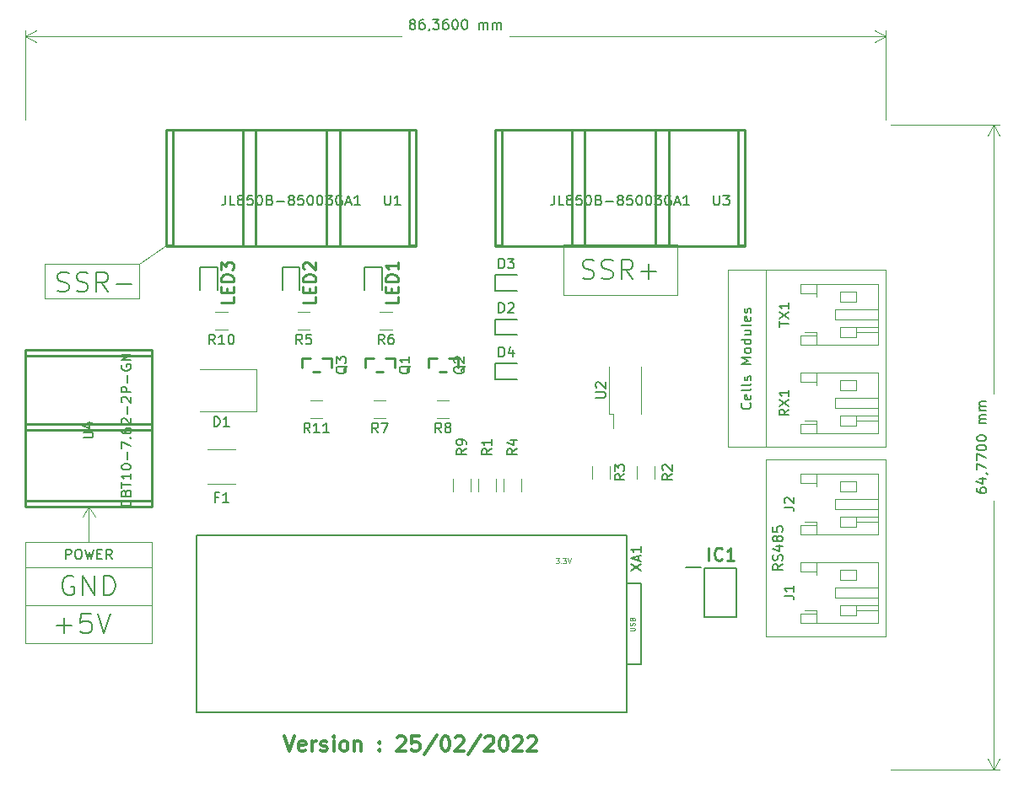
<source format=gbr>
%TF.GenerationSoftware,KiCad,Pcbnew,(6.0.0)*%
%TF.CreationDate,2022-02-25T15:07:17+01:00*%
%TF.ProjectId,ESP8266ControllerCircuit,45535038-3236-4364-936f-6e74726f6c6c,rev?*%
%TF.SameCoordinates,Original*%
%TF.FileFunction,Legend,Top*%
%TF.FilePolarity,Positive*%
%FSLAX46Y46*%
G04 Gerber Fmt 4.6, Leading zero omitted, Abs format (unit mm)*
G04 Created by KiCad (PCBNEW (6.0.0)) date 2022-02-25 15:07:17*
%MOMM*%
%LPD*%
G01*
G04 APERTURE LIST*
%ADD10C,0.120000*%
%ADD11C,0.150000*%
%ADD12C,0.200000*%
%ADD13C,0.300000*%
%ADD14C,0.254000*%
%ADD15C,0.075000*%
%ADD16C,0.250000*%
G04 APERTURE END LIST*
D10*
X148590000Y-95250000D02*
X135890000Y-95250000D01*
X210185000Y-65405000D02*
X210185000Y-83185000D01*
X222250000Y-84455000D02*
X210185000Y-84455000D01*
X210185000Y-84455000D02*
X210185000Y-102235000D01*
X210185000Y-102235000D02*
X222250000Y-102235000D01*
X222250000Y-102235000D02*
X222250000Y-84455000D01*
X222250000Y-65405000D02*
X206375000Y-65405000D01*
X206375000Y-65405000D02*
X206375000Y-83185000D01*
X206375000Y-83185000D02*
X222250000Y-83185000D01*
X222250000Y-83185000D02*
X222250000Y-65405000D01*
X142240000Y-89154000D02*
X142240000Y-92710000D01*
X142240000Y-89154000D02*
X142875000Y-90170000D01*
X142240000Y-89154000D02*
X141605000Y-90170000D01*
X148590000Y-99060000D02*
X135890000Y-99060000D01*
X137795000Y-64770000D02*
X147320000Y-64770000D01*
X147320000Y-64770000D02*
X147320000Y-68250000D01*
X147320000Y-68250000D02*
X137795000Y-68250000D01*
X137795000Y-68250000D02*
X137795000Y-64770000D01*
X147320000Y-64770000D02*
X150060000Y-62923625D01*
X141605000Y-90170000D02*
X142240000Y-89154000D01*
X135890000Y-92710000D02*
X148590000Y-92710000D01*
X148590000Y-92710000D02*
X148590000Y-102870000D01*
X148590000Y-102870000D02*
X135890000Y-102870000D01*
X135890000Y-102870000D02*
X135890000Y-92710000D01*
X189865000Y-62865000D02*
X201295000Y-62865000D01*
X201295000Y-62865000D02*
X201295000Y-67945000D01*
X201295000Y-67945000D02*
X189865000Y-67945000D01*
X189865000Y-67945000D02*
X189865000Y-62865000D01*
D11*
X139930476Y-94432380D02*
X139930476Y-93432380D01*
X140311428Y-93432380D01*
X140406666Y-93480000D01*
X140454285Y-93527619D01*
X140501904Y-93622857D01*
X140501904Y-93765714D01*
X140454285Y-93860952D01*
X140406666Y-93908571D01*
X140311428Y-93956190D01*
X139930476Y-93956190D01*
X141120952Y-93432380D02*
X141311428Y-93432380D01*
X141406666Y-93480000D01*
X141501904Y-93575238D01*
X141549523Y-93765714D01*
X141549523Y-94099047D01*
X141501904Y-94289523D01*
X141406666Y-94384761D01*
X141311428Y-94432380D01*
X141120952Y-94432380D01*
X141025714Y-94384761D01*
X140930476Y-94289523D01*
X140882857Y-94099047D01*
X140882857Y-93765714D01*
X140930476Y-93575238D01*
X141025714Y-93480000D01*
X141120952Y-93432380D01*
X141882857Y-93432380D02*
X142120952Y-94432380D01*
X142311428Y-93718095D01*
X142501904Y-94432380D01*
X142740000Y-93432380D01*
X143120952Y-93908571D02*
X143454285Y-93908571D01*
X143597142Y-94432380D02*
X143120952Y-94432380D01*
X143120952Y-93432380D01*
X143597142Y-93432380D01*
X144597142Y-94432380D02*
X144263809Y-93956190D01*
X144025714Y-94432380D02*
X144025714Y-93432380D01*
X144406666Y-93432380D01*
X144501904Y-93480000D01*
X144549523Y-93527619D01*
X144597142Y-93622857D01*
X144597142Y-93765714D01*
X144549523Y-93860952D01*
X144501904Y-93908571D01*
X144406666Y-93956190D01*
X144025714Y-93956190D01*
D12*
X191818095Y-66214523D02*
X192103809Y-66309761D01*
X192580000Y-66309761D01*
X192770476Y-66214523D01*
X192865714Y-66119285D01*
X192960952Y-65928809D01*
X192960952Y-65738333D01*
X192865714Y-65547857D01*
X192770476Y-65452619D01*
X192580000Y-65357380D01*
X192199047Y-65262142D01*
X192008571Y-65166904D01*
X191913333Y-65071666D01*
X191818095Y-64881190D01*
X191818095Y-64690714D01*
X191913333Y-64500238D01*
X192008571Y-64405000D01*
X192199047Y-64309761D01*
X192675238Y-64309761D01*
X192960952Y-64405000D01*
X193722857Y-66214523D02*
X194008571Y-66309761D01*
X194484761Y-66309761D01*
X194675238Y-66214523D01*
X194770476Y-66119285D01*
X194865714Y-65928809D01*
X194865714Y-65738333D01*
X194770476Y-65547857D01*
X194675238Y-65452619D01*
X194484761Y-65357380D01*
X194103809Y-65262142D01*
X193913333Y-65166904D01*
X193818095Y-65071666D01*
X193722857Y-64881190D01*
X193722857Y-64690714D01*
X193818095Y-64500238D01*
X193913333Y-64405000D01*
X194103809Y-64309761D01*
X194580000Y-64309761D01*
X194865714Y-64405000D01*
X196865714Y-66309761D02*
X196199047Y-65357380D01*
X195722857Y-66309761D02*
X195722857Y-64309761D01*
X196484761Y-64309761D01*
X196675238Y-64405000D01*
X196770476Y-64500238D01*
X196865714Y-64690714D01*
X196865714Y-64976428D01*
X196770476Y-65166904D01*
X196675238Y-65262142D01*
X196484761Y-65357380D01*
X195722857Y-65357380D01*
X197722857Y-65547857D02*
X199246666Y-65547857D01*
X198484761Y-66309761D02*
X198484761Y-64785952D01*
D13*
X161910714Y-112208571D02*
X162410714Y-113708571D01*
X162910714Y-112208571D01*
X163982142Y-113637142D02*
X163839285Y-113708571D01*
X163553571Y-113708571D01*
X163410714Y-113637142D01*
X163339285Y-113494285D01*
X163339285Y-112922857D01*
X163410714Y-112780000D01*
X163553571Y-112708571D01*
X163839285Y-112708571D01*
X163982142Y-112780000D01*
X164053571Y-112922857D01*
X164053571Y-113065714D01*
X163339285Y-113208571D01*
X164696428Y-113708571D02*
X164696428Y-112708571D01*
X164696428Y-112994285D02*
X164767857Y-112851428D01*
X164839285Y-112780000D01*
X164982142Y-112708571D01*
X165125000Y-112708571D01*
X165553571Y-113637142D02*
X165696428Y-113708571D01*
X165982142Y-113708571D01*
X166125000Y-113637142D01*
X166196428Y-113494285D01*
X166196428Y-113422857D01*
X166125000Y-113280000D01*
X165982142Y-113208571D01*
X165767857Y-113208571D01*
X165625000Y-113137142D01*
X165553571Y-112994285D01*
X165553571Y-112922857D01*
X165625000Y-112780000D01*
X165767857Y-112708571D01*
X165982142Y-112708571D01*
X166125000Y-112780000D01*
X166839285Y-113708571D02*
X166839285Y-112708571D01*
X166839285Y-112208571D02*
X166767857Y-112280000D01*
X166839285Y-112351428D01*
X166910714Y-112280000D01*
X166839285Y-112208571D01*
X166839285Y-112351428D01*
X167767857Y-113708571D02*
X167625000Y-113637142D01*
X167553571Y-113565714D01*
X167482142Y-113422857D01*
X167482142Y-112994285D01*
X167553571Y-112851428D01*
X167625000Y-112780000D01*
X167767857Y-112708571D01*
X167982142Y-112708571D01*
X168125000Y-112780000D01*
X168196428Y-112851428D01*
X168267857Y-112994285D01*
X168267857Y-113422857D01*
X168196428Y-113565714D01*
X168125000Y-113637142D01*
X167982142Y-113708571D01*
X167767857Y-113708571D01*
X168910714Y-112708571D02*
X168910714Y-113708571D01*
X168910714Y-112851428D02*
X168982142Y-112780000D01*
X169125000Y-112708571D01*
X169339285Y-112708571D01*
X169482142Y-112780000D01*
X169553571Y-112922857D01*
X169553571Y-113708571D01*
X171410714Y-113565714D02*
X171482142Y-113637142D01*
X171410714Y-113708571D01*
X171339285Y-113637142D01*
X171410714Y-113565714D01*
X171410714Y-113708571D01*
X171410714Y-112780000D02*
X171482142Y-112851428D01*
X171410714Y-112922857D01*
X171339285Y-112851428D01*
X171410714Y-112780000D01*
X171410714Y-112922857D01*
X173196428Y-112351428D02*
X173267857Y-112280000D01*
X173410714Y-112208571D01*
X173767857Y-112208571D01*
X173910714Y-112280000D01*
X173982142Y-112351428D01*
X174053571Y-112494285D01*
X174053571Y-112637142D01*
X173982142Y-112851428D01*
X173125000Y-113708571D01*
X174053571Y-113708571D01*
X175410714Y-112208571D02*
X174696428Y-112208571D01*
X174625000Y-112922857D01*
X174696428Y-112851428D01*
X174839285Y-112780000D01*
X175196428Y-112780000D01*
X175339285Y-112851428D01*
X175410714Y-112922857D01*
X175482142Y-113065714D01*
X175482142Y-113422857D01*
X175410714Y-113565714D01*
X175339285Y-113637142D01*
X175196428Y-113708571D01*
X174839285Y-113708571D01*
X174696428Y-113637142D01*
X174625000Y-113565714D01*
X177196428Y-112137142D02*
X175910714Y-114065714D01*
X177982142Y-112208571D02*
X178125000Y-112208571D01*
X178267857Y-112280000D01*
X178339285Y-112351428D01*
X178410714Y-112494285D01*
X178482142Y-112780000D01*
X178482142Y-113137142D01*
X178410714Y-113422857D01*
X178339285Y-113565714D01*
X178267857Y-113637142D01*
X178125000Y-113708571D01*
X177982142Y-113708571D01*
X177839285Y-113637142D01*
X177767857Y-113565714D01*
X177696428Y-113422857D01*
X177625000Y-113137142D01*
X177625000Y-112780000D01*
X177696428Y-112494285D01*
X177767857Y-112351428D01*
X177839285Y-112280000D01*
X177982142Y-112208571D01*
X179053571Y-112351428D02*
X179125000Y-112280000D01*
X179267857Y-112208571D01*
X179625000Y-112208571D01*
X179767857Y-112280000D01*
X179839285Y-112351428D01*
X179910714Y-112494285D01*
X179910714Y-112637142D01*
X179839285Y-112851428D01*
X178982142Y-113708571D01*
X179910714Y-113708571D01*
X181625000Y-112137142D02*
X180339285Y-114065714D01*
X182053571Y-112351428D02*
X182125000Y-112280000D01*
X182267857Y-112208571D01*
X182625000Y-112208571D01*
X182767857Y-112280000D01*
X182839285Y-112351428D01*
X182910714Y-112494285D01*
X182910714Y-112637142D01*
X182839285Y-112851428D01*
X181982142Y-113708571D01*
X182910714Y-113708571D01*
X183839285Y-112208571D02*
X183982142Y-112208571D01*
X184125000Y-112280000D01*
X184196428Y-112351428D01*
X184267857Y-112494285D01*
X184339285Y-112780000D01*
X184339285Y-113137142D01*
X184267857Y-113422857D01*
X184196428Y-113565714D01*
X184125000Y-113637142D01*
X183982142Y-113708571D01*
X183839285Y-113708571D01*
X183696428Y-113637142D01*
X183625000Y-113565714D01*
X183553571Y-113422857D01*
X183482142Y-113137142D01*
X183482142Y-112780000D01*
X183553571Y-112494285D01*
X183625000Y-112351428D01*
X183696428Y-112280000D01*
X183839285Y-112208571D01*
X184910714Y-112351428D02*
X184982142Y-112280000D01*
X185125000Y-112208571D01*
X185482142Y-112208571D01*
X185625000Y-112280000D01*
X185696428Y-112351428D01*
X185767857Y-112494285D01*
X185767857Y-112637142D01*
X185696428Y-112851428D01*
X184839285Y-113708571D01*
X185767857Y-113708571D01*
X186339285Y-112351428D02*
X186410714Y-112280000D01*
X186553571Y-112208571D01*
X186910714Y-112208571D01*
X187053571Y-112280000D01*
X187125000Y-112351428D01*
X187196428Y-112494285D01*
X187196428Y-112637142D01*
X187125000Y-112851428D01*
X186267857Y-113708571D01*
X187196428Y-113708571D01*
D12*
X139033571Y-101107857D02*
X140557380Y-101107857D01*
X139795476Y-101869761D02*
X139795476Y-100345952D01*
X142462142Y-99869761D02*
X141509761Y-99869761D01*
X141414523Y-100822142D01*
X141509761Y-100726904D01*
X141700238Y-100631666D01*
X142176428Y-100631666D01*
X142366904Y-100726904D01*
X142462142Y-100822142D01*
X142557380Y-101012619D01*
X142557380Y-101488809D01*
X142462142Y-101679285D01*
X142366904Y-101774523D01*
X142176428Y-101869761D01*
X141700238Y-101869761D01*
X141509761Y-101774523D01*
X141414523Y-101679285D01*
X143128809Y-99869761D02*
X143795476Y-101869761D01*
X144462142Y-99869761D01*
D11*
X208637142Y-78747380D02*
X208684761Y-78795000D01*
X208732380Y-78937857D01*
X208732380Y-79033095D01*
X208684761Y-79175952D01*
X208589523Y-79271190D01*
X208494285Y-79318809D01*
X208303809Y-79366428D01*
X208160952Y-79366428D01*
X207970476Y-79318809D01*
X207875238Y-79271190D01*
X207780000Y-79175952D01*
X207732380Y-79033095D01*
X207732380Y-78937857D01*
X207780000Y-78795000D01*
X207827619Y-78747380D01*
X208684761Y-77937857D02*
X208732380Y-78033095D01*
X208732380Y-78223571D01*
X208684761Y-78318809D01*
X208589523Y-78366428D01*
X208208571Y-78366428D01*
X208113333Y-78318809D01*
X208065714Y-78223571D01*
X208065714Y-78033095D01*
X208113333Y-77937857D01*
X208208571Y-77890238D01*
X208303809Y-77890238D01*
X208399047Y-78366428D01*
X208732380Y-77318809D02*
X208684761Y-77414047D01*
X208589523Y-77461666D01*
X207732380Y-77461666D01*
X208732380Y-76795000D02*
X208684761Y-76890238D01*
X208589523Y-76937857D01*
X207732380Y-76937857D01*
X208684761Y-76461666D02*
X208732380Y-76366428D01*
X208732380Y-76175952D01*
X208684761Y-76080714D01*
X208589523Y-76033095D01*
X208541904Y-76033095D01*
X208446666Y-76080714D01*
X208399047Y-76175952D01*
X208399047Y-76318809D01*
X208351428Y-76414047D01*
X208256190Y-76461666D01*
X208208571Y-76461666D01*
X208113333Y-76414047D01*
X208065714Y-76318809D01*
X208065714Y-76175952D01*
X208113333Y-76080714D01*
X208732380Y-74842619D02*
X207732380Y-74842619D01*
X208446666Y-74509285D01*
X207732380Y-74175952D01*
X208732380Y-74175952D01*
X208732380Y-73556904D02*
X208684761Y-73652142D01*
X208637142Y-73699761D01*
X208541904Y-73747380D01*
X208256190Y-73747380D01*
X208160952Y-73699761D01*
X208113333Y-73652142D01*
X208065714Y-73556904D01*
X208065714Y-73414047D01*
X208113333Y-73318809D01*
X208160952Y-73271190D01*
X208256190Y-73223571D01*
X208541904Y-73223571D01*
X208637142Y-73271190D01*
X208684761Y-73318809D01*
X208732380Y-73414047D01*
X208732380Y-73556904D01*
X208732380Y-72366428D02*
X207732380Y-72366428D01*
X208684761Y-72366428D02*
X208732380Y-72461666D01*
X208732380Y-72652142D01*
X208684761Y-72747380D01*
X208637142Y-72795000D01*
X208541904Y-72842619D01*
X208256190Y-72842619D01*
X208160952Y-72795000D01*
X208113333Y-72747380D01*
X208065714Y-72652142D01*
X208065714Y-72461666D01*
X208113333Y-72366428D01*
X208065714Y-71461666D02*
X208732380Y-71461666D01*
X208065714Y-71890238D02*
X208589523Y-71890238D01*
X208684761Y-71842619D01*
X208732380Y-71747380D01*
X208732380Y-71604523D01*
X208684761Y-71509285D01*
X208637142Y-71461666D01*
X208732380Y-70842619D02*
X208684761Y-70937857D01*
X208589523Y-70985476D01*
X207732380Y-70985476D01*
X208684761Y-70080714D02*
X208732380Y-70175952D01*
X208732380Y-70366428D01*
X208684761Y-70461666D01*
X208589523Y-70509285D01*
X208208571Y-70509285D01*
X208113333Y-70461666D01*
X208065714Y-70366428D01*
X208065714Y-70175952D01*
X208113333Y-70080714D01*
X208208571Y-70033095D01*
X208303809Y-70033095D01*
X208399047Y-70509285D01*
X208684761Y-69652142D02*
X208732380Y-69556904D01*
X208732380Y-69366428D01*
X208684761Y-69271190D01*
X208589523Y-69223571D01*
X208541904Y-69223571D01*
X208446666Y-69271190D01*
X208399047Y-69366428D01*
X208399047Y-69509285D01*
X208351428Y-69604523D01*
X208256190Y-69652142D01*
X208208571Y-69652142D01*
X208113333Y-69604523D01*
X208065714Y-69509285D01*
X208065714Y-69366428D01*
X208113333Y-69271190D01*
D12*
X140716190Y-96155000D02*
X140525714Y-96059761D01*
X140240000Y-96059761D01*
X139954285Y-96155000D01*
X139763809Y-96345476D01*
X139668571Y-96535952D01*
X139573333Y-96916904D01*
X139573333Y-97202619D01*
X139668571Y-97583571D01*
X139763809Y-97774047D01*
X139954285Y-97964523D01*
X140240000Y-98059761D01*
X140430476Y-98059761D01*
X140716190Y-97964523D01*
X140811428Y-97869285D01*
X140811428Y-97202619D01*
X140430476Y-97202619D01*
X141668571Y-98059761D02*
X141668571Y-96059761D01*
X142811428Y-98059761D01*
X142811428Y-96059761D01*
X143763809Y-98059761D02*
X143763809Y-96059761D01*
X144240000Y-96059761D01*
X144525714Y-96155000D01*
X144716190Y-96345476D01*
X144811428Y-96535952D01*
X144906666Y-96916904D01*
X144906666Y-97202619D01*
X144811428Y-97583571D01*
X144716190Y-97774047D01*
X144525714Y-97964523D01*
X144240000Y-98059761D01*
X143763809Y-98059761D01*
D11*
X211907380Y-94940238D02*
X211431190Y-95273571D01*
X211907380Y-95511666D02*
X210907380Y-95511666D01*
X210907380Y-95130714D01*
X210955000Y-95035476D01*
X211002619Y-94987857D01*
X211097857Y-94940238D01*
X211240714Y-94940238D01*
X211335952Y-94987857D01*
X211383571Y-95035476D01*
X211431190Y-95130714D01*
X211431190Y-95511666D01*
X211859761Y-94559285D02*
X211907380Y-94416428D01*
X211907380Y-94178333D01*
X211859761Y-94083095D01*
X211812142Y-94035476D01*
X211716904Y-93987857D01*
X211621666Y-93987857D01*
X211526428Y-94035476D01*
X211478809Y-94083095D01*
X211431190Y-94178333D01*
X211383571Y-94368809D01*
X211335952Y-94464047D01*
X211288333Y-94511666D01*
X211193095Y-94559285D01*
X211097857Y-94559285D01*
X211002619Y-94511666D01*
X210955000Y-94464047D01*
X210907380Y-94368809D01*
X210907380Y-94130714D01*
X210955000Y-93987857D01*
X211240714Y-93130714D02*
X211907380Y-93130714D01*
X210859761Y-93368809D02*
X211574047Y-93606904D01*
X211574047Y-92987857D01*
X211335952Y-92464047D02*
X211288333Y-92559285D01*
X211240714Y-92606904D01*
X211145476Y-92654523D01*
X211097857Y-92654523D01*
X211002619Y-92606904D01*
X210955000Y-92559285D01*
X210907380Y-92464047D01*
X210907380Y-92273571D01*
X210955000Y-92178333D01*
X211002619Y-92130714D01*
X211097857Y-92083095D01*
X211145476Y-92083095D01*
X211240714Y-92130714D01*
X211288333Y-92178333D01*
X211335952Y-92273571D01*
X211335952Y-92464047D01*
X211383571Y-92559285D01*
X211431190Y-92606904D01*
X211526428Y-92654523D01*
X211716904Y-92654523D01*
X211812142Y-92606904D01*
X211859761Y-92559285D01*
X211907380Y-92464047D01*
X211907380Y-92273571D01*
X211859761Y-92178333D01*
X211812142Y-92130714D01*
X211716904Y-92083095D01*
X211526428Y-92083095D01*
X211431190Y-92130714D01*
X211383571Y-92178333D01*
X211335952Y-92273571D01*
X210907380Y-91178333D02*
X210907380Y-91654523D01*
X211383571Y-91702142D01*
X211335952Y-91654523D01*
X211288333Y-91559285D01*
X211288333Y-91321190D01*
X211335952Y-91225952D01*
X211383571Y-91178333D01*
X211478809Y-91130714D01*
X211716904Y-91130714D01*
X211812142Y-91178333D01*
X211859761Y-91225952D01*
X211907380Y-91321190D01*
X211907380Y-91559285D01*
X211859761Y-91654523D01*
X211812142Y-91702142D01*
D12*
X139113095Y-67484523D02*
X139398809Y-67579761D01*
X139875000Y-67579761D01*
X140065476Y-67484523D01*
X140160714Y-67389285D01*
X140255952Y-67198809D01*
X140255952Y-67008333D01*
X140160714Y-66817857D01*
X140065476Y-66722619D01*
X139875000Y-66627380D01*
X139494047Y-66532142D01*
X139303571Y-66436904D01*
X139208333Y-66341666D01*
X139113095Y-66151190D01*
X139113095Y-65960714D01*
X139208333Y-65770238D01*
X139303571Y-65675000D01*
X139494047Y-65579761D01*
X139970238Y-65579761D01*
X140255952Y-65675000D01*
X141017857Y-67484523D02*
X141303571Y-67579761D01*
X141779761Y-67579761D01*
X141970238Y-67484523D01*
X142065476Y-67389285D01*
X142160714Y-67198809D01*
X142160714Y-67008333D01*
X142065476Y-66817857D01*
X141970238Y-66722619D01*
X141779761Y-66627380D01*
X141398809Y-66532142D01*
X141208333Y-66436904D01*
X141113095Y-66341666D01*
X141017857Y-66151190D01*
X141017857Y-65960714D01*
X141113095Y-65770238D01*
X141208333Y-65675000D01*
X141398809Y-65579761D01*
X141875000Y-65579761D01*
X142160714Y-65675000D01*
X144160714Y-67579761D02*
X143494047Y-66627380D01*
X143017857Y-67579761D02*
X143017857Y-65579761D01*
X143779761Y-65579761D01*
X143970238Y-65675000D01*
X144065476Y-65770238D01*
X144160714Y-65960714D01*
X144160714Y-66246428D01*
X144065476Y-66436904D01*
X143970238Y-66532142D01*
X143779761Y-66627380D01*
X143017857Y-66627380D01*
X145017857Y-66817857D02*
X146541666Y-66817857D01*
D11*
X174641428Y-40640952D02*
X174546190Y-40593333D01*
X174498571Y-40545714D01*
X174450952Y-40450476D01*
X174450952Y-40402857D01*
X174498571Y-40307619D01*
X174546190Y-40260000D01*
X174641428Y-40212380D01*
X174831904Y-40212380D01*
X174927142Y-40260000D01*
X174974761Y-40307619D01*
X175022380Y-40402857D01*
X175022380Y-40450476D01*
X174974761Y-40545714D01*
X174927142Y-40593333D01*
X174831904Y-40640952D01*
X174641428Y-40640952D01*
X174546190Y-40688571D01*
X174498571Y-40736190D01*
X174450952Y-40831428D01*
X174450952Y-41021904D01*
X174498571Y-41117142D01*
X174546190Y-41164761D01*
X174641428Y-41212380D01*
X174831904Y-41212380D01*
X174927142Y-41164761D01*
X174974761Y-41117142D01*
X175022380Y-41021904D01*
X175022380Y-40831428D01*
X174974761Y-40736190D01*
X174927142Y-40688571D01*
X174831904Y-40640952D01*
X175879523Y-40212380D02*
X175689047Y-40212380D01*
X175593809Y-40260000D01*
X175546190Y-40307619D01*
X175450952Y-40450476D01*
X175403333Y-40640952D01*
X175403333Y-41021904D01*
X175450952Y-41117142D01*
X175498571Y-41164761D01*
X175593809Y-41212380D01*
X175784285Y-41212380D01*
X175879523Y-41164761D01*
X175927142Y-41117142D01*
X175974761Y-41021904D01*
X175974761Y-40783809D01*
X175927142Y-40688571D01*
X175879523Y-40640952D01*
X175784285Y-40593333D01*
X175593809Y-40593333D01*
X175498571Y-40640952D01*
X175450952Y-40688571D01*
X175403333Y-40783809D01*
X176450952Y-41164761D02*
X176450952Y-41212380D01*
X176403333Y-41307619D01*
X176355714Y-41355238D01*
X176784285Y-40212380D02*
X177403333Y-40212380D01*
X177070000Y-40593333D01*
X177212857Y-40593333D01*
X177308095Y-40640952D01*
X177355714Y-40688571D01*
X177403333Y-40783809D01*
X177403333Y-41021904D01*
X177355714Y-41117142D01*
X177308095Y-41164761D01*
X177212857Y-41212380D01*
X176927142Y-41212380D01*
X176831904Y-41164761D01*
X176784285Y-41117142D01*
X178260476Y-40212380D02*
X178070000Y-40212380D01*
X177974761Y-40260000D01*
X177927142Y-40307619D01*
X177831904Y-40450476D01*
X177784285Y-40640952D01*
X177784285Y-41021904D01*
X177831904Y-41117142D01*
X177879523Y-41164761D01*
X177974761Y-41212380D01*
X178165238Y-41212380D01*
X178260476Y-41164761D01*
X178308095Y-41117142D01*
X178355714Y-41021904D01*
X178355714Y-40783809D01*
X178308095Y-40688571D01*
X178260476Y-40640952D01*
X178165238Y-40593333D01*
X177974761Y-40593333D01*
X177879523Y-40640952D01*
X177831904Y-40688571D01*
X177784285Y-40783809D01*
X178974761Y-40212380D02*
X179070000Y-40212380D01*
X179165238Y-40260000D01*
X179212857Y-40307619D01*
X179260476Y-40402857D01*
X179308095Y-40593333D01*
X179308095Y-40831428D01*
X179260476Y-41021904D01*
X179212857Y-41117142D01*
X179165238Y-41164761D01*
X179070000Y-41212380D01*
X178974761Y-41212380D01*
X178879523Y-41164761D01*
X178831904Y-41117142D01*
X178784285Y-41021904D01*
X178736666Y-40831428D01*
X178736666Y-40593333D01*
X178784285Y-40402857D01*
X178831904Y-40307619D01*
X178879523Y-40260000D01*
X178974761Y-40212380D01*
X179927142Y-40212380D02*
X180022380Y-40212380D01*
X180117619Y-40260000D01*
X180165238Y-40307619D01*
X180212857Y-40402857D01*
X180260476Y-40593333D01*
X180260476Y-40831428D01*
X180212857Y-41021904D01*
X180165238Y-41117142D01*
X180117619Y-41164761D01*
X180022380Y-41212380D01*
X179927142Y-41212380D01*
X179831904Y-41164761D01*
X179784285Y-41117142D01*
X179736666Y-41021904D01*
X179689047Y-40831428D01*
X179689047Y-40593333D01*
X179736666Y-40402857D01*
X179784285Y-40307619D01*
X179831904Y-40260000D01*
X179927142Y-40212380D01*
X181450952Y-41212380D02*
X181450952Y-40545714D01*
X181450952Y-40640952D02*
X181498571Y-40593333D01*
X181593809Y-40545714D01*
X181736666Y-40545714D01*
X181831904Y-40593333D01*
X181879523Y-40688571D01*
X181879523Y-41212380D01*
X181879523Y-40688571D02*
X181927142Y-40593333D01*
X182022380Y-40545714D01*
X182165238Y-40545714D01*
X182260476Y-40593333D01*
X182308095Y-40688571D01*
X182308095Y-41212380D01*
X182784285Y-41212380D02*
X182784285Y-40545714D01*
X182784285Y-40640952D02*
X182831904Y-40593333D01*
X182927142Y-40545714D01*
X183070000Y-40545714D01*
X183165238Y-40593333D01*
X183212857Y-40688571D01*
X183212857Y-41212380D01*
X183212857Y-40688571D02*
X183260476Y-40593333D01*
X183355714Y-40545714D01*
X183498571Y-40545714D01*
X183593809Y-40593333D01*
X183641428Y-40688571D01*
X183641428Y-41212380D01*
D10*
X135890000Y-50300000D02*
X135890000Y-41323580D01*
X222250000Y-50300000D02*
X222250000Y-41323580D01*
X135890000Y-41910000D02*
X173685476Y-41910000D01*
X184454524Y-41910000D02*
X222250000Y-41910000D01*
X135890000Y-41910000D02*
X137016504Y-42496421D01*
X135890000Y-41910000D02*
X137016504Y-41323579D01*
X222250000Y-41910000D02*
X221123496Y-41323579D01*
X222250000Y-41910000D02*
X221123496Y-42496421D01*
D11*
X231347380Y-87327857D02*
X231347380Y-87518333D01*
X231395000Y-87613571D01*
X231442619Y-87661190D01*
X231585476Y-87756428D01*
X231775952Y-87804047D01*
X232156904Y-87804047D01*
X232252142Y-87756428D01*
X232299761Y-87708809D01*
X232347380Y-87613571D01*
X232347380Y-87423095D01*
X232299761Y-87327857D01*
X232252142Y-87280238D01*
X232156904Y-87232619D01*
X231918809Y-87232619D01*
X231823571Y-87280238D01*
X231775952Y-87327857D01*
X231728333Y-87423095D01*
X231728333Y-87613571D01*
X231775952Y-87708809D01*
X231823571Y-87756428D01*
X231918809Y-87804047D01*
X231680714Y-86375476D02*
X232347380Y-86375476D01*
X231299761Y-86613571D02*
X232014047Y-86851666D01*
X232014047Y-86232619D01*
X232299761Y-85804047D02*
X232347380Y-85804047D01*
X232442619Y-85851666D01*
X232490238Y-85899285D01*
X231347380Y-85470714D02*
X231347380Y-84804047D01*
X232347380Y-85232619D01*
X231347380Y-84518333D02*
X231347380Y-83851666D01*
X232347380Y-84280238D01*
X231347380Y-83280238D02*
X231347380Y-83185000D01*
X231395000Y-83089761D01*
X231442619Y-83042142D01*
X231537857Y-82994523D01*
X231728333Y-82946904D01*
X231966428Y-82946904D01*
X232156904Y-82994523D01*
X232252142Y-83042142D01*
X232299761Y-83089761D01*
X232347380Y-83185000D01*
X232347380Y-83280238D01*
X232299761Y-83375476D01*
X232252142Y-83423095D01*
X232156904Y-83470714D01*
X231966428Y-83518333D01*
X231728333Y-83518333D01*
X231537857Y-83470714D01*
X231442619Y-83423095D01*
X231395000Y-83375476D01*
X231347380Y-83280238D01*
X231347380Y-82327857D02*
X231347380Y-82232619D01*
X231395000Y-82137380D01*
X231442619Y-82089761D01*
X231537857Y-82042142D01*
X231728333Y-81994523D01*
X231966428Y-81994523D01*
X232156904Y-82042142D01*
X232252142Y-82089761D01*
X232299761Y-82137380D01*
X232347380Y-82232619D01*
X232347380Y-82327857D01*
X232299761Y-82423095D01*
X232252142Y-82470714D01*
X232156904Y-82518333D01*
X231966428Y-82565952D01*
X231728333Y-82565952D01*
X231537857Y-82518333D01*
X231442619Y-82470714D01*
X231395000Y-82423095D01*
X231347380Y-82327857D01*
X232347380Y-80804047D02*
X231680714Y-80804047D01*
X231775952Y-80804047D02*
X231728333Y-80756428D01*
X231680714Y-80661190D01*
X231680714Y-80518333D01*
X231728333Y-80423095D01*
X231823571Y-80375476D01*
X232347380Y-80375476D01*
X231823571Y-80375476D02*
X231728333Y-80327857D01*
X231680714Y-80232619D01*
X231680714Y-80089761D01*
X231728333Y-79994523D01*
X231823571Y-79946904D01*
X232347380Y-79946904D01*
X232347380Y-79470714D02*
X231680714Y-79470714D01*
X231775952Y-79470714D02*
X231728333Y-79423095D01*
X231680714Y-79327857D01*
X231680714Y-79185000D01*
X231728333Y-79089761D01*
X231823571Y-79042142D01*
X232347380Y-79042142D01*
X231823571Y-79042142D02*
X231728333Y-78994523D01*
X231680714Y-78899285D01*
X231680714Y-78756428D01*
X231728333Y-78661190D01*
X231823571Y-78613571D01*
X232347380Y-78613571D01*
D10*
X222750000Y-50800000D02*
X233631420Y-50800000D01*
X222750000Y-115570000D02*
X233631420Y-115570000D01*
X233045000Y-50800000D02*
X233045000Y-77800476D01*
X233045000Y-88569524D02*
X233045000Y-115570000D01*
X233045000Y-50800000D02*
X232458579Y-51926504D01*
X233045000Y-50800000D02*
X233631421Y-51926504D01*
X233045000Y-115570000D02*
X233631421Y-114443496D01*
X233045000Y-115570000D02*
X232458579Y-114443496D01*
D11*
%TO.C,R2*%
X200822380Y-85891666D02*
X200346190Y-86225000D01*
X200822380Y-86463095D02*
X199822380Y-86463095D01*
X199822380Y-86082142D01*
X199870000Y-85986904D01*
X199917619Y-85939285D01*
X200012857Y-85891666D01*
X200155714Y-85891666D01*
X200250952Y-85939285D01*
X200298571Y-85986904D01*
X200346190Y-86082142D01*
X200346190Y-86463095D01*
X199917619Y-85510714D02*
X199870000Y-85463095D01*
X199822380Y-85367857D01*
X199822380Y-85129761D01*
X199870000Y-85034523D01*
X199917619Y-84986904D01*
X200012857Y-84939285D01*
X200108095Y-84939285D01*
X200250952Y-84986904D01*
X200822380Y-85558333D01*
X200822380Y-84939285D01*
%TO.C,R11*%
X164457142Y-81732380D02*
X164123809Y-81256190D01*
X163885714Y-81732380D02*
X163885714Y-80732380D01*
X164266666Y-80732380D01*
X164361904Y-80780000D01*
X164409523Y-80827619D01*
X164457142Y-80922857D01*
X164457142Y-81065714D01*
X164409523Y-81160952D01*
X164361904Y-81208571D01*
X164266666Y-81256190D01*
X163885714Y-81256190D01*
X165409523Y-81732380D02*
X164838095Y-81732380D01*
X165123809Y-81732380D02*
X165123809Y-80732380D01*
X165028571Y-80875238D01*
X164933333Y-80970476D01*
X164838095Y-81018095D01*
X166361904Y-81732380D02*
X165790476Y-81732380D01*
X166076190Y-81732380D02*
X166076190Y-80732380D01*
X165980952Y-80875238D01*
X165885714Y-80970476D01*
X165790476Y-81018095D01*
%TO.C,D2*%
X183411904Y-69667380D02*
X183411904Y-68667380D01*
X183650000Y-68667380D01*
X183792857Y-68715000D01*
X183888095Y-68810238D01*
X183935714Y-68905476D01*
X183983333Y-69095952D01*
X183983333Y-69238809D01*
X183935714Y-69429285D01*
X183888095Y-69524523D01*
X183792857Y-69619761D01*
X183650000Y-69667380D01*
X183411904Y-69667380D01*
X184364285Y-68762619D02*
X184411904Y-68715000D01*
X184507142Y-68667380D01*
X184745238Y-68667380D01*
X184840476Y-68715000D01*
X184888095Y-68762619D01*
X184935714Y-68857857D01*
X184935714Y-68953095D01*
X184888095Y-69095952D01*
X184316666Y-69667380D01*
X184935714Y-69667380D01*
%TO.C,U3*%
X204978095Y-57872380D02*
X204978095Y-58681904D01*
X205025714Y-58777142D01*
X205073333Y-58824761D01*
X205168571Y-58872380D01*
X205359047Y-58872380D01*
X205454285Y-58824761D01*
X205501904Y-58777142D01*
X205549523Y-58681904D01*
X205549523Y-57872380D01*
X205930476Y-57872380D02*
X206549523Y-57872380D01*
X206216190Y-58253333D01*
X206359047Y-58253333D01*
X206454285Y-58300952D01*
X206501904Y-58348571D01*
X206549523Y-58443809D01*
X206549523Y-58681904D01*
X206501904Y-58777142D01*
X206454285Y-58824761D01*
X206359047Y-58872380D01*
X206073333Y-58872380D01*
X205978095Y-58824761D01*
X205930476Y-58777142D01*
X188984761Y-57872380D02*
X188984761Y-58586666D01*
X188937142Y-58729523D01*
X188841904Y-58824761D01*
X188699047Y-58872380D01*
X188603809Y-58872380D01*
X189937142Y-58872380D02*
X189460952Y-58872380D01*
X189460952Y-57872380D01*
X190413333Y-58300952D02*
X190318095Y-58253333D01*
X190270476Y-58205714D01*
X190222857Y-58110476D01*
X190222857Y-58062857D01*
X190270476Y-57967619D01*
X190318095Y-57920000D01*
X190413333Y-57872380D01*
X190603809Y-57872380D01*
X190699047Y-57920000D01*
X190746666Y-57967619D01*
X190794285Y-58062857D01*
X190794285Y-58110476D01*
X190746666Y-58205714D01*
X190699047Y-58253333D01*
X190603809Y-58300952D01*
X190413333Y-58300952D01*
X190318095Y-58348571D01*
X190270476Y-58396190D01*
X190222857Y-58491428D01*
X190222857Y-58681904D01*
X190270476Y-58777142D01*
X190318095Y-58824761D01*
X190413333Y-58872380D01*
X190603809Y-58872380D01*
X190699047Y-58824761D01*
X190746666Y-58777142D01*
X190794285Y-58681904D01*
X190794285Y-58491428D01*
X190746666Y-58396190D01*
X190699047Y-58348571D01*
X190603809Y-58300952D01*
X191699047Y-57872380D02*
X191222857Y-57872380D01*
X191175238Y-58348571D01*
X191222857Y-58300952D01*
X191318095Y-58253333D01*
X191556190Y-58253333D01*
X191651428Y-58300952D01*
X191699047Y-58348571D01*
X191746666Y-58443809D01*
X191746666Y-58681904D01*
X191699047Y-58777142D01*
X191651428Y-58824761D01*
X191556190Y-58872380D01*
X191318095Y-58872380D01*
X191222857Y-58824761D01*
X191175238Y-58777142D01*
X192365714Y-57872380D02*
X192460952Y-57872380D01*
X192556190Y-57920000D01*
X192603809Y-57967619D01*
X192651428Y-58062857D01*
X192699047Y-58253333D01*
X192699047Y-58491428D01*
X192651428Y-58681904D01*
X192603809Y-58777142D01*
X192556190Y-58824761D01*
X192460952Y-58872380D01*
X192365714Y-58872380D01*
X192270476Y-58824761D01*
X192222857Y-58777142D01*
X192175238Y-58681904D01*
X192127619Y-58491428D01*
X192127619Y-58253333D01*
X192175238Y-58062857D01*
X192222857Y-57967619D01*
X192270476Y-57920000D01*
X192365714Y-57872380D01*
X193460952Y-58348571D02*
X193603809Y-58396190D01*
X193651428Y-58443809D01*
X193699047Y-58539047D01*
X193699047Y-58681904D01*
X193651428Y-58777142D01*
X193603809Y-58824761D01*
X193508571Y-58872380D01*
X193127619Y-58872380D01*
X193127619Y-57872380D01*
X193460952Y-57872380D01*
X193556190Y-57920000D01*
X193603809Y-57967619D01*
X193651428Y-58062857D01*
X193651428Y-58158095D01*
X193603809Y-58253333D01*
X193556190Y-58300952D01*
X193460952Y-58348571D01*
X193127619Y-58348571D01*
X194127619Y-58491428D02*
X194889523Y-58491428D01*
X195508571Y-58300952D02*
X195413333Y-58253333D01*
X195365714Y-58205714D01*
X195318095Y-58110476D01*
X195318095Y-58062857D01*
X195365714Y-57967619D01*
X195413333Y-57920000D01*
X195508571Y-57872380D01*
X195699047Y-57872380D01*
X195794285Y-57920000D01*
X195841904Y-57967619D01*
X195889523Y-58062857D01*
X195889523Y-58110476D01*
X195841904Y-58205714D01*
X195794285Y-58253333D01*
X195699047Y-58300952D01*
X195508571Y-58300952D01*
X195413333Y-58348571D01*
X195365714Y-58396190D01*
X195318095Y-58491428D01*
X195318095Y-58681904D01*
X195365714Y-58777142D01*
X195413333Y-58824761D01*
X195508571Y-58872380D01*
X195699047Y-58872380D01*
X195794285Y-58824761D01*
X195841904Y-58777142D01*
X195889523Y-58681904D01*
X195889523Y-58491428D01*
X195841904Y-58396190D01*
X195794285Y-58348571D01*
X195699047Y-58300952D01*
X196794285Y-57872380D02*
X196318095Y-57872380D01*
X196270476Y-58348571D01*
X196318095Y-58300952D01*
X196413333Y-58253333D01*
X196651428Y-58253333D01*
X196746666Y-58300952D01*
X196794285Y-58348571D01*
X196841904Y-58443809D01*
X196841904Y-58681904D01*
X196794285Y-58777142D01*
X196746666Y-58824761D01*
X196651428Y-58872380D01*
X196413333Y-58872380D01*
X196318095Y-58824761D01*
X196270476Y-58777142D01*
X197460952Y-57872380D02*
X197556190Y-57872380D01*
X197651428Y-57920000D01*
X197699047Y-57967619D01*
X197746666Y-58062857D01*
X197794285Y-58253333D01*
X197794285Y-58491428D01*
X197746666Y-58681904D01*
X197699047Y-58777142D01*
X197651428Y-58824761D01*
X197556190Y-58872380D01*
X197460952Y-58872380D01*
X197365714Y-58824761D01*
X197318095Y-58777142D01*
X197270476Y-58681904D01*
X197222857Y-58491428D01*
X197222857Y-58253333D01*
X197270476Y-58062857D01*
X197318095Y-57967619D01*
X197365714Y-57920000D01*
X197460952Y-57872380D01*
X198413333Y-57872380D02*
X198508571Y-57872380D01*
X198603809Y-57920000D01*
X198651428Y-57967619D01*
X198699047Y-58062857D01*
X198746666Y-58253333D01*
X198746666Y-58491428D01*
X198699047Y-58681904D01*
X198651428Y-58777142D01*
X198603809Y-58824761D01*
X198508571Y-58872380D01*
X198413333Y-58872380D01*
X198318095Y-58824761D01*
X198270476Y-58777142D01*
X198222857Y-58681904D01*
X198175238Y-58491428D01*
X198175238Y-58253333D01*
X198222857Y-58062857D01*
X198270476Y-57967619D01*
X198318095Y-57920000D01*
X198413333Y-57872380D01*
X199080000Y-57872380D02*
X199699047Y-57872380D01*
X199365714Y-58253333D01*
X199508571Y-58253333D01*
X199603809Y-58300952D01*
X199651428Y-58348571D01*
X199699047Y-58443809D01*
X199699047Y-58681904D01*
X199651428Y-58777142D01*
X199603809Y-58824761D01*
X199508571Y-58872380D01*
X199222857Y-58872380D01*
X199127619Y-58824761D01*
X199080000Y-58777142D01*
X200651428Y-57920000D02*
X200556190Y-57872380D01*
X200413333Y-57872380D01*
X200270476Y-57920000D01*
X200175238Y-58015238D01*
X200127619Y-58110476D01*
X200080000Y-58300952D01*
X200080000Y-58443809D01*
X200127619Y-58634285D01*
X200175238Y-58729523D01*
X200270476Y-58824761D01*
X200413333Y-58872380D01*
X200508571Y-58872380D01*
X200651428Y-58824761D01*
X200699047Y-58777142D01*
X200699047Y-58443809D01*
X200508571Y-58443809D01*
X201080000Y-58586666D02*
X201556190Y-58586666D01*
X200984761Y-58872380D02*
X201318095Y-57872380D01*
X201651428Y-58872380D01*
X202508571Y-58872380D02*
X201937142Y-58872380D01*
X202222857Y-58872380D02*
X202222857Y-57872380D01*
X202127619Y-58015238D01*
X202032380Y-58110476D01*
X201937142Y-58158095D01*
%TO.C,R4*%
X185237380Y-83351666D02*
X184761190Y-83685000D01*
X185237380Y-83923095D02*
X184237380Y-83923095D01*
X184237380Y-83542142D01*
X184285000Y-83446904D01*
X184332619Y-83399285D01*
X184427857Y-83351666D01*
X184570714Y-83351666D01*
X184665952Y-83399285D01*
X184713571Y-83446904D01*
X184761190Y-83542142D01*
X184761190Y-83923095D01*
X184570714Y-82494523D02*
X185237380Y-82494523D01*
X184189761Y-82732619D02*
X184904047Y-82970714D01*
X184904047Y-82351666D01*
%TO.C,R10*%
X154932142Y-72842380D02*
X154598809Y-72366190D01*
X154360714Y-72842380D02*
X154360714Y-71842380D01*
X154741666Y-71842380D01*
X154836904Y-71890000D01*
X154884523Y-71937619D01*
X154932142Y-72032857D01*
X154932142Y-72175714D01*
X154884523Y-72270952D01*
X154836904Y-72318571D01*
X154741666Y-72366190D01*
X154360714Y-72366190D01*
X155884523Y-72842380D02*
X155313095Y-72842380D01*
X155598809Y-72842380D02*
X155598809Y-71842380D01*
X155503571Y-71985238D01*
X155408333Y-72080476D01*
X155313095Y-72128095D01*
X156503571Y-71842380D02*
X156598809Y-71842380D01*
X156694047Y-71890000D01*
X156741666Y-71937619D01*
X156789285Y-72032857D01*
X156836904Y-72223333D01*
X156836904Y-72461428D01*
X156789285Y-72651904D01*
X156741666Y-72747142D01*
X156694047Y-72794761D01*
X156598809Y-72842380D01*
X156503571Y-72842380D01*
X156408333Y-72794761D01*
X156360714Y-72747142D01*
X156313095Y-72651904D01*
X156265476Y-72461428D01*
X156265476Y-72223333D01*
X156313095Y-72032857D01*
X156360714Y-71937619D01*
X156408333Y-71890000D01*
X156503571Y-71842380D01*
D14*
%TO.C,LED2*%
X165039523Y-68096190D02*
X165039523Y-68700952D01*
X163769523Y-68700952D01*
X164374285Y-67672857D02*
X164374285Y-67249523D01*
X165039523Y-67068095D02*
X165039523Y-67672857D01*
X163769523Y-67672857D01*
X163769523Y-67068095D01*
X165039523Y-66523809D02*
X163769523Y-66523809D01*
X163769523Y-66221428D01*
X163830000Y-66040000D01*
X163950952Y-65919047D01*
X164071904Y-65858571D01*
X164313809Y-65798095D01*
X164495238Y-65798095D01*
X164737142Y-65858571D01*
X164858095Y-65919047D01*
X164979047Y-66040000D01*
X165039523Y-66221428D01*
X165039523Y-66523809D01*
X163890476Y-65314285D02*
X163830000Y-65253809D01*
X163769523Y-65132857D01*
X163769523Y-64830476D01*
X163830000Y-64709523D01*
X163890476Y-64649047D01*
X164011428Y-64588571D01*
X164132380Y-64588571D01*
X164313809Y-64649047D01*
X165039523Y-65374761D01*
X165039523Y-64588571D01*
D11*
%TO.C,R8*%
X177633333Y-81732380D02*
X177300000Y-81256190D01*
X177061904Y-81732380D02*
X177061904Y-80732380D01*
X177442857Y-80732380D01*
X177538095Y-80780000D01*
X177585714Y-80827619D01*
X177633333Y-80922857D01*
X177633333Y-81065714D01*
X177585714Y-81160952D01*
X177538095Y-81208571D01*
X177442857Y-81256190D01*
X177061904Y-81256190D01*
X178204761Y-81160952D02*
X178109523Y-81113333D01*
X178061904Y-81065714D01*
X178014285Y-80970476D01*
X178014285Y-80922857D01*
X178061904Y-80827619D01*
X178109523Y-80780000D01*
X178204761Y-80732380D01*
X178395238Y-80732380D01*
X178490476Y-80780000D01*
X178538095Y-80827619D01*
X178585714Y-80922857D01*
X178585714Y-80970476D01*
X178538095Y-81065714D01*
X178490476Y-81113333D01*
X178395238Y-81160952D01*
X178204761Y-81160952D01*
X178109523Y-81208571D01*
X178061904Y-81256190D01*
X178014285Y-81351428D01*
X178014285Y-81541904D01*
X178061904Y-81637142D01*
X178109523Y-81684761D01*
X178204761Y-81732380D01*
X178395238Y-81732380D01*
X178490476Y-81684761D01*
X178538095Y-81637142D01*
X178585714Y-81541904D01*
X178585714Y-81351428D01*
X178538095Y-81256190D01*
X178490476Y-81208571D01*
X178395238Y-81160952D01*
%TO.C,R5*%
X163663333Y-72842380D02*
X163330000Y-72366190D01*
X163091904Y-72842380D02*
X163091904Y-71842380D01*
X163472857Y-71842380D01*
X163568095Y-71890000D01*
X163615714Y-71937619D01*
X163663333Y-72032857D01*
X163663333Y-72175714D01*
X163615714Y-72270952D01*
X163568095Y-72318571D01*
X163472857Y-72366190D01*
X163091904Y-72366190D01*
X164568095Y-71842380D02*
X164091904Y-71842380D01*
X164044285Y-72318571D01*
X164091904Y-72270952D01*
X164187142Y-72223333D01*
X164425238Y-72223333D01*
X164520476Y-72270952D01*
X164568095Y-72318571D01*
X164615714Y-72413809D01*
X164615714Y-72651904D01*
X164568095Y-72747142D01*
X164520476Y-72794761D01*
X164425238Y-72842380D01*
X164187142Y-72842380D01*
X164091904Y-72794761D01*
X164044285Y-72747142D01*
%TO.C,R7*%
X171283333Y-81732380D02*
X170950000Y-81256190D01*
X170711904Y-81732380D02*
X170711904Y-80732380D01*
X171092857Y-80732380D01*
X171188095Y-80780000D01*
X171235714Y-80827619D01*
X171283333Y-80922857D01*
X171283333Y-81065714D01*
X171235714Y-81160952D01*
X171188095Y-81208571D01*
X171092857Y-81256190D01*
X170711904Y-81256190D01*
X171616666Y-80732380D02*
X172283333Y-80732380D01*
X171854761Y-81732380D01*
%TO.C,R9*%
X180157380Y-83351666D02*
X179681190Y-83685000D01*
X180157380Y-83923095D02*
X179157380Y-83923095D01*
X179157380Y-83542142D01*
X179205000Y-83446904D01*
X179252619Y-83399285D01*
X179347857Y-83351666D01*
X179490714Y-83351666D01*
X179585952Y-83399285D01*
X179633571Y-83446904D01*
X179681190Y-83542142D01*
X179681190Y-83923095D01*
X180157380Y-82875476D02*
X180157380Y-82685000D01*
X180109761Y-82589761D01*
X180062142Y-82542142D01*
X179919285Y-82446904D01*
X179728809Y-82399285D01*
X179347857Y-82399285D01*
X179252619Y-82446904D01*
X179205000Y-82494523D01*
X179157380Y-82589761D01*
X179157380Y-82780238D01*
X179205000Y-82875476D01*
X179252619Y-82923095D01*
X179347857Y-82970714D01*
X179585952Y-82970714D01*
X179681190Y-82923095D01*
X179728809Y-82875476D01*
X179776428Y-82780238D01*
X179776428Y-82589761D01*
X179728809Y-82494523D01*
X179681190Y-82446904D01*
X179585952Y-82399285D01*
%TO.C,J2*%
X212050380Y-89233333D02*
X212764666Y-89233333D01*
X212907523Y-89280952D01*
X213002761Y-89376190D01*
X213050380Y-89519047D01*
X213050380Y-89614285D01*
X212145619Y-88804761D02*
X212098000Y-88757142D01*
X212050380Y-88661904D01*
X212050380Y-88423809D01*
X212098000Y-88328571D01*
X212145619Y-88280952D01*
X212240857Y-88233333D01*
X212336095Y-88233333D01*
X212478952Y-88280952D01*
X213050380Y-88852380D01*
X213050380Y-88233333D01*
%TO.C,U1*%
X171958095Y-57872380D02*
X171958095Y-58681904D01*
X172005714Y-58777142D01*
X172053333Y-58824761D01*
X172148571Y-58872380D01*
X172339047Y-58872380D01*
X172434285Y-58824761D01*
X172481904Y-58777142D01*
X172529523Y-58681904D01*
X172529523Y-57872380D01*
X173529523Y-58872380D02*
X172958095Y-58872380D01*
X173243809Y-58872380D02*
X173243809Y-57872380D01*
X173148571Y-58015238D01*
X173053333Y-58110476D01*
X172958095Y-58158095D01*
X155964761Y-57872380D02*
X155964761Y-58586666D01*
X155917142Y-58729523D01*
X155821904Y-58824761D01*
X155679047Y-58872380D01*
X155583809Y-58872380D01*
X156917142Y-58872380D02*
X156440952Y-58872380D01*
X156440952Y-57872380D01*
X157393333Y-58300952D02*
X157298095Y-58253333D01*
X157250476Y-58205714D01*
X157202857Y-58110476D01*
X157202857Y-58062857D01*
X157250476Y-57967619D01*
X157298095Y-57920000D01*
X157393333Y-57872380D01*
X157583809Y-57872380D01*
X157679047Y-57920000D01*
X157726666Y-57967619D01*
X157774285Y-58062857D01*
X157774285Y-58110476D01*
X157726666Y-58205714D01*
X157679047Y-58253333D01*
X157583809Y-58300952D01*
X157393333Y-58300952D01*
X157298095Y-58348571D01*
X157250476Y-58396190D01*
X157202857Y-58491428D01*
X157202857Y-58681904D01*
X157250476Y-58777142D01*
X157298095Y-58824761D01*
X157393333Y-58872380D01*
X157583809Y-58872380D01*
X157679047Y-58824761D01*
X157726666Y-58777142D01*
X157774285Y-58681904D01*
X157774285Y-58491428D01*
X157726666Y-58396190D01*
X157679047Y-58348571D01*
X157583809Y-58300952D01*
X158679047Y-57872380D02*
X158202857Y-57872380D01*
X158155238Y-58348571D01*
X158202857Y-58300952D01*
X158298095Y-58253333D01*
X158536190Y-58253333D01*
X158631428Y-58300952D01*
X158679047Y-58348571D01*
X158726666Y-58443809D01*
X158726666Y-58681904D01*
X158679047Y-58777142D01*
X158631428Y-58824761D01*
X158536190Y-58872380D01*
X158298095Y-58872380D01*
X158202857Y-58824761D01*
X158155238Y-58777142D01*
X159345714Y-57872380D02*
X159440952Y-57872380D01*
X159536190Y-57920000D01*
X159583809Y-57967619D01*
X159631428Y-58062857D01*
X159679047Y-58253333D01*
X159679047Y-58491428D01*
X159631428Y-58681904D01*
X159583809Y-58777142D01*
X159536190Y-58824761D01*
X159440952Y-58872380D01*
X159345714Y-58872380D01*
X159250476Y-58824761D01*
X159202857Y-58777142D01*
X159155238Y-58681904D01*
X159107619Y-58491428D01*
X159107619Y-58253333D01*
X159155238Y-58062857D01*
X159202857Y-57967619D01*
X159250476Y-57920000D01*
X159345714Y-57872380D01*
X160440952Y-58348571D02*
X160583809Y-58396190D01*
X160631428Y-58443809D01*
X160679047Y-58539047D01*
X160679047Y-58681904D01*
X160631428Y-58777142D01*
X160583809Y-58824761D01*
X160488571Y-58872380D01*
X160107619Y-58872380D01*
X160107619Y-57872380D01*
X160440952Y-57872380D01*
X160536190Y-57920000D01*
X160583809Y-57967619D01*
X160631428Y-58062857D01*
X160631428Y-58158095D01*
X160583809Y-58253333D01*
X160536190Y-58300952D01*
X160440952Y-58348571D01*
X160107619Y-58348571D01*
X161107619Y-58491428D02*
X161869523Y-58491428D01*
X162488571Y-58300952D02*
X162393333Y-58253333D01*
X162345714Y-58205714D01*
X162298095Y-58110476D01*
X162298095Y-58062857D01*
X162345714Y-57967619D01*
X162393333Y-57920000D01*
X162488571Y-57872380D01*
X162679047Y-57872380D01*
X162774285Y-57920000D01*
X162821904Y-57967619D01*
X162869523Y-58062857D01*
X162869523Y-58110476D01*
X162821904Y-58205714D01*
X162774285Y-58253333D01*
X162679047Y-58300952D01*
X162488571Y-58300952D01*
X162393333Y-58348571D01*
X162345714Y-58396190D01*
X162298095Y-58491428D01*
X162298095Y-58681904D01*
X162345714Y-58777142D01*
X162393333Y-58824761D01*
X162488571Y-58872380D01*
X162679047Y-58872380D01*
X162774285Y-58824761D01*
X162821904Y-58777142D01*
X162869523Y-58681904D01*
X162869523Y-58491428D01*
X162821904Y-58396190D01*
X162774285Y-58348571D01*
X162679047Y-58300952D01*
X163774285Y-57872380D02*
X163298095Y-57872380D01*
X163250476Y-58348571D01*
X163298095Y-58300952D01*
X163393333Y-58253333D01*
X163631428Y-58253333D01*
X163726666Y-58300952D01*
X163774285Y-58348571D01*
X163821904Y-58443809D01*
X163821904Y-58681904D01*
X163774285Y-58777142D01*
X163726666Y-58824761D01*
X163631428Y-58872380D01*
X163393333Y-58872380D01*
X163298095Y-58824761D01*
X163250476Y-58777142D01*
X164440952Y-57872380D02*
X164536190Y-57872380D01*
X164631428Y-57920000D01*
X164679047Y-57967619D01*
X164726666Y-58062857D01*
X164774285Y-58253333D01*
X164774285Y-58491428D01*
X164726666Y-58681904D01*
X164679047Y-58777142D01*
X164631428Y-58824761D01*
X164536190Y-58872380D01*
X164440952Y-58872380D01*
X164345714Y-58824761D01*
X164298095Y-58777142D01*
X164250476Y-58681904D01*
X164202857Y-58491428D01*
X164202857Y-58253333D01*
X164250476Y-58062857D01*
X164298095Y-57967619D01*
X164345714Y-57920000D01*
X164440952Y-57872380D01*
X165393333Y-57872380D02*
X165488571Y-57872380D01*
X165583809Y-57920000D01*
X165631428Y-57967619D01*
X165679047Y-58062857D01*
X165726666Y-58253333D01*
X165726666Y-58491428D01*
X165679047Y-58681904D01*
X165631428Y-58777142D01*
X165583809Y-58824761D01*
X165488571Y-58872380D01*
X165393333Y-58872380D01*
X165298095Y-58824761D01*
X165250476Y-58777142D01*
X165202857Y-58681904D01*
X165155238Y-58491428D01*
X165155238Y-58253333D01*
X165202857Y-58062857D01*
X165250476Y-57967619D01*
X165298095Y-57920000D01*
X165393333Y-57872380D01*
X166060000Y-57872380D02*
X166679047Y-57872380D01*
X166345714Y-58253333D01*
X166488571Y-58253333D01*
X166583809Y-58300952D01*
X166631428Y-58348571D01*
X166679047Y-58443809D01*
X166679047Y-58681904D01*
X166631428Y-58777142D01*
X166583809Y-58824761D01*
X166488571Y-58872380D01*
X166202857Y-58872380D01*
X166107619Y-58824761D01*
X166060000Y-58777142D01*
X167631428Y-57920000D02*
X167536190Y-57872380D01*
X167393333Y-57872380D01*
X167250476Y-57920000D01*
X167155238Y-58015238D01*
X167107619Y-58110476D01*
X167060000Y-58300952D01*
X167060000Y-58443809D01*
X167107619Y-58634285D01*
X167155238Y-58729523D01*
X167250476Y-58824761D01*
X167393333Y-58872380D01*
X167488571Y-58872380D01*
X167631428Y-58824761D01*
X167679047Y-58777142D01*
X167679047Y-58443809D01*
X167488571Y-58443809D01*
X168060000Y-58586666D02*
X168536190Y-58586666D01*
X167964761Y-58872380D02*
X168298095Y-57872380D01*
X168631428Y-58872380D01*
X169488571Y-58872380D02*
X168917142Y-58872380D01*
X169202857Y-58872380D02*
X169202857Y-57872380D01*
X169107619Y-58015238D01*
X169012380Y-58110476D01*
X168917142Y-58158095D01*
%TO.C,D3*%
X183411904Y-65222380D02*
X183411904Y-64222380D01*
X183650000Y-64222380D01*
X183792857Y-64270000D01*
X183888095Y-64365238D01*
X183935714Y-64460476D01*
X183983333Y-64650952D01*
X183983333Y-64793809D01*
X183935714Y-64984285D01*
X183888095Y-65079523D01*
X183792857Y-65174761D01*
X183650000Y-65222380D01*
X183411904Y-65222380D01*
X184316666Y-64222380D02*
X184935714Y-64222380D01*
X184602380Y-64603333D01*
X184745238Y-64603333D01*
X184840476Y-64650952D01*
X184888095Y-64698571D01*
X184935714Y-64793809D01*
X184935714Y-65031904D01*
X184888095Y-65127142D01*
X184840476Y-65174761D01*
X184745238Y-65222380D01*
X184459523Y-65222380D01*
X184364285Y-65174761D01*
X184316666Y-65127142D01*
%TO.C,TX1*%
X211542380Y-71088095D02*
X211542380Y-70516666D01*
X212542380Y-70802380D02*
X211542380Y-70802380D01*
X211542380Y-70278571D02*
X212542380Y-69611904D01*
X211542380Y-69611904D02*
X212542380Y-70278571D01*
X212542380Y-68707142D02*
X212542380Y-69278571D01*
X212542380Y-68992857D02*
X211542380Y-68992857D01*
X211685238Y-69088095D01*
X211780476Y-69183333D01*
X211828095Y-69278571D01*
%TO.C,F1*%
X155241666Y-88193571D02*
X154908333Y-88193571D01*
X154908333Y-88717380D02*
X154908333Y-87717380D01*
X155384523Y-87717380D01*
X156289285Y-88717380D02*
X155717857Y-88717380D01*
X156003571Y-88717380D02*
X156003571Y-87717380D01*
X155908333Y-87860238D01*
X155813095Y-87955476D01*
X155717857Y-88003095D01*
D14*
%TO.C,IC1*%
X204500238Y-94554523D02*
X204500238Y-93284523D01*
X205830714Y-94433571D02*
X205770238Y-94494047D01*
X205588809Y-94554523D01*
X205467857Y-94554523D01*
X205286428Y-94494047D01*
X205165476Y-94373095D01*
X205105000Y-94252142D01*
X205044523Y-94010238D01*
X205044523Y-93828809D01*
X205105000Y-93586904D01*
X205165476Y-93465952D01*
X205286428Y-93345000D01*
X205467857Y-93284523D01*
X205588809Y-93284523D01*
X205770238Y-93345000D01*
X205830714Y-93405476D01*
X207040238Y-94554523D02*
X206314523Y-94554523D01*
X206677380Y-94554523D02*
X206677380Y-93284523D01*
X206556428Y-93465952D01*
X206435476Y-93586904D01*
X206314523Y-93647380D01*
%TO.C,LED1*%
X173294523Y-68096190D02*
X173294523Y-68700952D01*
X172024523Y-68700952D01*
X172629285Y-67672857D02*
X172629285Y-67249523D01*
X173294523Y-67068095D02*
X173294523Y-67672857D01*
X172024523Y-67672857D01*
X172024523Y-67068095D01*
X173294523Y-66523809D02*
X172024523Y-66523809D01*
X172024523Y-66221428D01*
X172085000Y-66040000D01*
X172205952Y-65919047D01*
X172326904Y-65858571D01*
X172568809Y-65798095D01*
X172750238Y-65798095D01*
X172992142Y-65858571D01*
X173113095Y-65919047D01*
X173234047Y-66040000D01*
X173294523Y-66221428D01*
X173294523Y-66523809D01*
X173294523Y-64588571D02*
X173294523Y-65314285D01*
X173294523Y-64951428D02*
X172024523Y-64951428D01*
X172205952Y-65072380D01*
X172326904Y-65193333D01*
X172387380Y-65314285D01*
D11*
%TO.C,D1*%
X154836904Y-81097380D02*
X154836904Y-80097380D01*
X155075000Y-80097380D01*
X155217857Y-80145000D01*
X155313095Y-80240238D01*
X155360714Y-80335476D01*
X155408333Y-80525952D01*
X155408333Y-80668809D01*
X155360714Y-80859285D01*
X155313095Y-80954523D01*
X155217857Y-81049761D01*
X155075000Y-81097380D01*
X154836904Y-81097380D01*
X156360714Y-81097380D02*
X155789285Y-81097380D01*
X156075000Y-81097380D02*
X156075000Y-80097380D01*
X155979761Y-80240238D01*
X155884523Y-80335476D01*
X155789285Y-80383095D01*
%TO.C,R1*%
X182697380Y-83351666D02*
X182221190Y-83685000D01*
X182697380Y-83923095D02*
X181697380Y-83923095D01*
X181697380Y-83542142D01*
X181745000Y-83446904D01*
X181792619Y-83399285D01*
X181887857Y-83351666D01*
X182030714Y-83351666D01*
X182125952Y-83399285D01*
X182173571Y-83446904D01*
X182221190Y-83542142D01*
X182221190Y-83923095D01*
X182697380Y-82399285D02*
X182697380Y-82970714D01*
X182697380Y-82685000D02*
X181697380Y-82685000D01*
X181840238Y-82780238D01*
X181935476Y-82875476D01*
X181983095Y-82970714D01*
%TO.C,RX1*%
X212542380Y-79382857D02*
X212066190Y-79716190D01*
X212542380Y-79954285D02*
X211542380Y-79954285D01*
X211542380Y-79573333D01*
X211590000Y-79478095D01*
X211637619Y-79430476D01*
X211732857Y-79382857D01*
X211875714Y-79382857D01*
X211970952Y-79430476D01*
X212018571Y-79478095D01*
X212066190Y-79573333D01*
X212066190Y-79954285D01*
X211542380Y-79049523D02*
X212542380Y-78382857D01*
X211542380Y-78382857D02*
X212542380Y-79049523D01*
X212542380Y-77478095D02*
X212542380Y-78049523D01*
X212542380Y-77763809D02*
X211542380Y-77763809D01*
X211685238Y-77859047D01*
X211780476Y-77954285D01*
X211828095Y-78049523D01*
%TO.C,R6*%
X171918333Y-72842380D02*
X171585000Y-72366190D01*
X171346904Y-72842380D02*
X171346904Y-71842380D01*
X171727857Y-71842380D01*
X171823095Y-71890000D01*
X171870714Y-71937619D01*
X171918333Y-72032857D01*
X171918333Y-72175714D01*
X171870714Y-72270952D01*
X171823095Y-72318571D01*
X171727857Y-72366190D01*
X171346904Y-72366190D01*
X172775476Y-71842380D02*
X172585000Y-71842380D01*
X172489761Y-71890000D01*
X172442142Y-71937619D01*
X172346904Y-72080476D01*
X172299285Y-72270952D01*
X172299285Y-72651904D01*
X172346904Y-72747142D01*
X172394523Y-72794761D01*
X172489761Y-72842380D01*
X172680238Y-72842380D01*
X172775476Y-72794761D01*
X172823095Y-72747142D01*
X172870714Y-72651904D01*
X172870714Y-72413809D01*
X172823095Y-72318571D01*
X172775476Y-72270952D01*
X172680238Y-72223333D01*
X172489761Y-72223333D01*
X172394523Y-72270952D01*
X172346904Y-72318571D01*
X172299285Y-72413809D01*
%TO.C,J1*%
X212050380Y-98123333D02*
X212764666Y-98123333D01*
X212907523Y-98170952D01*
X213002761Y-98266190D01*
X213050380Y-98409047D01*
X213050380Y-98504285D01*
X213050380Y-97123333D02*
X213050380Y-97694761D01*
X213050380Y-97409047D02*
X212050380Y-97409047D01*
X212193238Y-97504285D01*
X212288476Y-97599523D01*
X212336095Y-97694761D01*
%TO.C,U4*%
X141692380Y-82253404D02*
X142501904Y-82253404D01*
X142597142Y-82205785D01*
X142644761Y-82158166D01*
X142692380Y-82062928D01*
X142692380Y-81872452D01*
X142644761Y-81777214D01*
X142597142Y-81729595D01*
X142501904Y-81681976D01*
X141692380Y-81681976D01*
X142025714Y-80777214D02*
X142692380Y-80777214D01*
X141644761Y-81015309D02*
X142359047Y-81253404D01*
X142359047Y-80634357D01*
X146502380Y-89110547D02*
X145502380Y-89110547D01*
X145502380Y-88872452D01*
X145550000Y-88729595D01*
X145645238Y-88634357D01*
X145740476Y-88586738D01*
X145930952Y-88539119D01*
X146073809Y-88539119D01*
X146264285Y-88586738D01*
X146359523Y-88634357D01*
X146454761Y-88729595D01*
X146502380Y-88872452D01*
X146502380Y-89110547D01*
X145978571Y-87777214D02*
X146026190Y-87634357D01*
X146073809Y-87586738D01*
X146169047Y-87539119D01*
X146311904Y-87539119D01*
X146407142Y-87586738D01*
X146454761Y-87634357D01*
X146502380Y-87729595D01*
X146502380Y-88110547D01*
X145502380Y-88110547D01*
X145502380Y-87777214D01*
X145550000Y-87681976D01*
X145597619Y-87634357D01*
X145692857Y-87586738D01*
X145788095Y-87586738D01*
X145883333Y-87634357D01*
X145930952Y-87681976D01*
X145978571Y-87777214D01*
X145978571Y-88110547D01*
X145502380Y-87253404D02*
X145502380Y-86681976D01*
X146502380Y-86967690D02*
X145502380Y-86967690D01*
X146502380Y-85824833D02*
X146502380Y-86396261D01*
X146502380Y-86110547D02*
X145502380Y-86110547D01*
X145645238Y-86205785D01*
X145740476Y-86301023D01*
X145788095Y-86396261D01*
X145502380Y-85205785D02*
X145502380Y-85110547D01*
X145550000Y-85015309D01*
X145597619Y-84967690D01*
X145692857Y-84920071D01*
X145883333Y-84872452D01*
X146121428Y-84872452D01*
X146311904Y-84920071D01*
X146407142Y-84967690D01*
X146454761Y-85015309D01*
X146502380Y-85110547D01*
X146502380Y-85205785D01*
X146454761Y-85301023D01*
X146407142Y-85348642D01*
X146311904Y-85396261D01*
X146121428Y-85443880D01*
X145883333Y-85443880D01*
X145692857Y-85396261D01*
X145597619Y-85348642D01*
X145550000Y-85301023D01*
X145502380Y-85205785D01*
X146121428Y-84443880D02*
X146121428Y-83681976D01*
X145502380Y-83301023D02*
X145502380Y-82634357D01*
X146502380Y-83062928D01*
X146407142Y-82253404D02*
X146454761Y-82205785D01*
X146502380Y-82253404D01*
X146454761Y-82301023D01*
X146407142Y-82253404D01*
X146502380Y-82253404D01*
X145502380Y-81348642D02*
X145502380Y-81539119D01*
X145550000Y-81634357D01*
X145597619Y-81681976D01*
X145740476Y-81777214D01*
X145930952Y-81824833D01*
X146311904Y-81824833D01*
X146407142Y-81777214D01*
X146454761Y-81729595D01*
X146502380Y-81634357D01*
X146502380Y-81443880D01*
X146454761Y-81348642D01*
X146407142Y-81301023D01*
X146311904Y-81253404D01*
X146073809Y-81253404D01*
X145978571Y-81301023D01*
X145930952Y-81348642D01*
X145883333Y-81443880D01*
X145883333Y-81634357D01*
X145930952Y-81729595D01*
X145978571Y-81777214D01*
X146073809Y-81824833D01*
X145597619Y-80872452D02*
X145550000Y-80824833D01*
X145502380Y-80729595D01*
X145502380Y-80491500D01*
X145550000Y-80396261D01*
X145597619Y-80348642D01*
X145692857Y-80301023D01*
X145788095Y-80301023D01*
X145930952Y-80348642D01*
X146502380Y-80920071D01*
X146502380Y-80301023D01*
X146121428Y-79872452D02*
X146121428Y-79110547D01*
X145597619Y-78681976D02*
X145550000Y-78634357D01*
X145502380Y-78539119D01*
X145502380Y-78301023D01*
X145550000Y-78205785D01*
X145597619Y-78158166D01*
X145692857Y-78110547D01*
X145788095Y-78110547D01*
X145930952Y-78158166D01*
X146502380Y-78729595D01*
X146502380Y-78110547D01*
X146502380Y-77681976D02*
X145502380Y-77681976D01*
X145502380Y-77301023D01*
X145550000Y-77205785D01*
X145597619Y-77158166D01*
X145692857Y-77110547D01*
X145835714Y-77110547D01*
X145930952Y-77158166D01*
X145978571Y-77205785D01*
X146026190Y-77301023D01*
X146026190Y-77681976D01*
X146121428Y-76681976D02*
X146121428Y-75920071D01*
X145550000Y-74920071D02*
X145502380Y-75015309D01*
X145502380Y-75158166D01*
X145550000Y-75301023D01*
X145645238Y-75396261D01*
X145740476Y-75443880D01*
X145930952Y-75491500D01*
X146073809Y-75491500D01*
X146264285Y-75443880D01*
X146359523Y-75396261D01*
X146454761Y-75301023D01*
X146502380Y-75158166D01*
X146502380Y-75062928D01*
X146454761Y-74920071D01*
X146407142Y-74872452D01*
X146073809Y-74872452D01*
X146073809Y-75062928D01*
X146502380Y-74443880D02*
X145502380Y-74443880D01*
X146502380Y-73872452D01*
X145502380Y-73872452D01*
%TO.C,Q1*%
X174537619Y-75025238D02*
X174490000Y-75120476D01*
X174394761Y-75215714D01*
X174251904Y-75358571D01*
X174204285Y-75453809D01*
X174204285Y-75549047D01*
X174442380Y-75501428D02*
X174394761Y-75596666D01*
X174299523Y-75691904D01*
X174109047Y-75739523D01*
X173775714Y-75739523D01*
X173585238Y-75691904D01*
X173490000Y-75596666D01*
X173442380Y-75501428D01*
X173442380Y-75310952D01*
X173490000Y-75215714D01*
X173585238Y-75120476D01*
X173775714Y-75072857D01*
X174109047Y-75072857D01*
X174299523Y-75120476D01*
X174394761Y-75215714D01*
X174442380Y-75310952D01*
X174442380Y-75501428D01*
X174442380Y-74120476D02*
X174442380Y-74691904D01*
X174442380Y-74406190D02*
X173442380Y-74406190D01*
X173585238Y-74501428D01*
X173680476Y-74596666D01*
X173728095Y-74691904D01*
%TO.C,R3*%
X196032380Y-85891666D02*
X195556190Y-86225000D01*
X196032380Y-86463095D02*
X195032380Y-86463095D01*
X195032380Y-86082142D01*
X195080000Y-85986904D01*
X195127619Y-85939285D01*
X195222857Y-85891666D01*
X195365714Y-85891666D01*
X195460952Y-85939285D01*
X195508571Y-85986904D01*
X195556190Y-86082142D01*
X195556190Y-86463095D01*
X195032380Y-85558333D02*
X195032380Y-84939285D01*
X195413333Y-85272619D01*
X195413333Y-85129761D01*
X195460952Y-85034523D01*
X195508571Y-84986904D01*
X195603809Y-84939285D01*
X195841904Y-84939285D01*
X195937142Y-84986904D01*
X195984761Y-85034523D01*
X196032380Y-85129761D01*
X196032380Y-85415476D01*
X195984761Y-85510714D01*
X195937142Y-85558333D01*
%TO.C,XA1*%
X196683380Y-95599095D02*
X197683380Y-94932428D01*
X196683380Y-94932428D02*
X197683380Y-95599095D01*
X197397666Y-94599095D02*
X197397666Y-94122904D01*
X197683380Y-94694333D02*
X196683380Y-94361000D01*
X197683380Y-94027666D01*
X197683380Y-93170523D02*
X197683380Y-93741952D01*
X197683380Y-93456238D02*
X196683380Y-93456238D01*
X196826238Y-93551476D01*
X196921476Y-93646714D01*
X196969095Y-93741952D01*
D15*
X189126904Y-94341190D02*
X189436428Y-94341190D01*
X189269761Y-94531666D01*
X189341190Y-94531666D01*
X189388809Y-94555476D01*
X189412619Y-94579285D01*
X189436428Y-94626904D01*
X189436428Y-94745952D01*
X189412619Y-94793571D01*
X189388809Y-94817380D01*
X189341190Y-94841190D01*
X189198333Y-94841190D01*
X189150714Y-94817380D01*
X189126904Y-94793571D01*
X189650714Y-94793571D02*
X189674523Y-94817380D01*
X189650714Y-94841190D01*
X189626904Y-94817380D01*
X189650714Y-94793571D01*
X189650714Y-94841190D01*
X189841190Y-94341190D02*
X190150714Y-94341190D01*
X189984047Y-94531666D01*
X190055476Y-94531666D01*
X190103095Y-94555476D01*
X190126904Y-94579285D01*
X190150714Y-94626904D01*
X190150714Y-94745952D01*
X190126904Y-94793571D01*
X190103095Y-94817380D01*
X190055476Y-94841190D01*
X189912619Y-94841190D01*
X189865000Y-94817380D01*
X189841190Y-94793571D01*
X190293571Y-94341190D02*
X190460238Y-94841190D01*
X190626904Y-94341190D01*
X196576190Y-101595952D02*
X196980952Y-101595952D01*
X197028571Y-101572142D01*
X197052380Y-101548333D01*
X197076190Y-101500714D01*
X197076190Y-101405476D01*
X197052380Y-101357857D01*
X197028571Y-101334047D01*
X196980952Y-101310238D01*
X196576190Y-101310238D01*
X197052380Y-101095952D02*
X197076190Y-101024523D01*
X197076190Y-100905476D01*
X197052380Y-100857857D01*
X197028571Y-100834047D01*
X196980952Y-100810238D01*
X196933333Y-100810238D01*
X196885714Y-100834047D01*
X196861904Y-100857857D01*
X196838095Y-100905476D01*
X196814285Y-101000714D01*
X196790476Y-101048333D01*
X196766666Y-101072142D01*
X196719047Y-101095952D01*
X196671428Y-101095952D01*
X196623809Y-101072142D01*
X196600000Y-101048333D01*
X196576190Y-101000714D01*
X196576190Y-100881666D01*
X196600000Y-100810238D01*
X196814285Y-100429285D02*
X196838095Y-100357857D01*
X196861904Y-100334047D01*
X196909523Y-100310238D01*
X196980952Y-100310238D01*
X197028571Y-100334047D01*
X197052380Y-100357857D01*
X197076190Y-100405476D01*
X197076190Y-100595952D01*
X196576190Y-100595952D01*
X196576190Y-100429285D01*
X196600000Y-100381666D01*
X196623809Y-100357857D01*
X196671428Y-100334047D01*
X196719047Y-100334047D01*
X196766666Y-100357857D01*
X196790476Y-100381666D01*
X196814285Y-100429285D01*
X196814285Y-100595952D01*
D11*
%TO.C,Q3*%
X168187619Y-75025238D02*
X168140000Y-75120476D01*
X168044761Y-75215714D01*
X167901904Y-75358571D01*
X167854285Y-75453809D01*
X167854285Y-75549047D01*
X168092380Y-75501428D02*
X168044761Y-75596666D01*
X167949523Y-75691904D01*
X167759047Y-75739523D01*
X167425714Y-75739523D01*
X167235238Y-75691904D01*
X167140000Y-75596666D01*
X167092380Y-75501428D01*
X167092380Y-75310952D01*
X167140000Y-75215714D01*
X167235238Y-75120476D01*
X167425714Y-75072857D01*
X167759047Y-75072857D01*
X167949523Y-75120476D01*
X168044761Y-75215714D01*
X168092380Y-75310952D01*
X168092380Y-75501428D01*
X167092380Y-74739523D02*
X167092380Y-74120476D01*
X167473333Y-74453809D01*
X167473333Y-74310952D01*
X167520952Y-74215714D01*
X167568571Y-74168095D01*
X167663809Y-74120476D01*
X167901904Y-74120476D01*
X167997142Y-74168095D01*
X168044761Y-74215714D01*
X168092380Y-74310952D01*
X168092380Y-74596666D01*
X168044761Y-74691904D01*
X167997142Y-74739523D01*
%TO.C,D4*%
X183411904Y-74112380D02*
X183411904Y-73112380D01*
X183650000Y-73112380D01*
X183792857Y-73160000D01*
X183888095Y-73255238D01*
X183935714Y-73350476D01*
X183983333Y-73540952D01*
X183983333Y-73683809D01*
X183935714Y-73874285D01*
X183888095Y-73969523D01*
X183792857Y-74064761D01*
X183650000Y-74112380D01*
X183411904Y-74112380D01*
X184840476Y-73445714D02*
X184840476Y-74112380D01*
X184602380Y-73064761D02*
X184364285Y-73779047D01*
X184983333Y-73779047D01*
D14*
%TO.C,LED3*%
X156784523Y-68096190D02*
X156784523Y-68700952D01*
X155514523Y-68700952D01*
X156119285Y-67672857D02*
X156119285Y-67249523D01*
X156784523Y-67068095D02*
X156784523Y-67672857D01*
X155514523Y-67672857D01*
X155514523Y-67068095D01*
X156784523Y-66523809D02*
X155514523Y-66523809D01*
X155514523Y-66221428D01*
X155575000Y-66040000D01*
X155695952Y-65919047D01*
X155816904Y-65858571D01*
X156058809Y-65798095D01*
X156240238Y-65798095D01*
X156482142Y-65858571D01*
X156603095Y-65919047D01*
X156724047Y-66040000D01*
X156784523Y-66221428D01*
X156784523Y-66523809D01*
X155514523Y-65374761D02*
X155514523Y-64588571D01*
X155998333Y-65011904D01*
X155998333Y-64830476D01*
X156058809Y-64709523D01*
X156119285Y-64649047D01*
X156240238Y-64588571D01*
X156542619Y-64588571D01*
X156663571Y-64649047D01*
X156724047Y-64709523D01*
X156784523Y-64830476D01*
X156784523Y-65193333D01*
X156724047Y-65314285D01*
X156663571Y-65374761D01*
D11*
%TO.C,U2*%
X193119880Y-78221904D02*
X193929404Y-78221904D01*
X194024642Y-78174285D01*
X194072261Y-78126666D01*
X194119880Y-78031428D01*
X194119880Y-77840952D01*
X194072261Y-77745714D01*
X194024642Y-77698095D01*
X193929404Y-77650476D01*
X193119880Y-77650476D01*
X193215119Y-77221904D02*
X193167500Y-77174285D01*
X193119880Y-77079047D01*
X193119880Y-76840952D01*
X193167500Y-76745714D01*
X193215119Y-76698095D01*
X193310357Y-76650476D01*
X193405595Y-76650476D01*
X193548452Y-76698095D01*
X194119880Y-77269523D01*
X194119880Y-76650476D01*
%TO.C,Q2*%
X180027619Y-75025238D02*
X179980000Y-75120476D01*
X179884761Y-75215714D01*
X179741904Y-75358571D01*
X179694285Y-75453809D01*
X179694285Y-75549047D01*
X179932380Y-75501428D02*
X179884761Y-75596666D01*
X179789523Y-75691904D01*
X179599047Y-75739523D01*
X179265714Y-75739523D01*
X179075238Y-75691904D01*
X178980000Y-75596666D01*
X178932380Y-75501428D01*
X178932380Y-75310952D01*
X178980000Y-75215714D01*
X179075238Y-75120476D01*
X179265714Y-75072857D01*
X179599047Y-75072857D01*
X179789523Y-75120476D01*
X179884761Y-75215714D01*
X179932380Y-75310952D01*
X179932380Y-75501428D01*
X179027619Y-74691904D02*
X178980000Y-74644285D01*
X178932380Y-74549047D01*
X178932380Y-74310952D01*
X178980000Y-74215714D01*
X179027619Y-74168095D01*
X179122857Y-74120476D01*
X179218095Y-74120476D01*
X179360952Y-74168095D01*
X179932380Y-74739523D01*
X179932380Y-74120476D01*
D10*
%TO.C,R2*%
X199015000Y-85125000D02*
X199015000Y-86325000D01*
X197255000Y-86325000D02*
X197255000Y-85125000D01*
%TO.C,R11*%
X164500000Y-78510000D02*
X165700000Y-78510000D01*
X165700000Y-80270000D02*
X164500000Y-80270000D01*
D11*
%TO.C,D2*%
X183070500Y-70331500D02*
X185229500Y-70331500D01*
X183070500Y-70331500D02*
X183070500Y-71908500D01*
X183070500Y-71908500D02*
X185229500Y-71908500D01*
D16*
%TO.C,U3*%
X207455000Y-51298625D02*
X208080000Y-51298625D01*
X199142500Y-62986125D02*
X199142500Y-51298625D01*
X183080000Y-51298625D02*
X183705000Y-51298625D01*
X183705000Y-51298625D02*
X183705000Y-62923625D01*
X208080000Y-51298625D02*
X208080000Y-62923625D01*
X183030750Y-63001375D02*
X208129250Y-63001375D01*
X208129250Y-51298625D02*
X208129250Y-63001375D01*
X183030750Y-51298625D02*
X208129250Y-51298625D01*
X183080000Y-62923625D02*
X183080000Y-51298625D01*
X208080000Y-62923625D02*
X207455000Y-62923625D01*
X183705000Y-62923625D02*
X183080000Y-62923625D01*
X183030750Y-51298625D02*
X183030750Y-63001375D01*
X200455000Y-51298625D02*
X200455000Y-62986125D01*
X190705000Y-51298625D02*
X192017500Y-51298625D01*
X192017500Y-62986125D02*
X190705000Y-62986125D01*
X207455000Y-62923625D02*
X207455000Y-51298625D01*
X192017500Y-51298625D02*
X192017500Y-62986125D01*
X199142500Y-51298625D02*
X200455000Y-51298625D01*
X200455000Y-62986125D02*
X199142500Y-62986125D01*
X190705000Y-62986125D02*
X190705000Y-51298625D01*
D10*
%TO.C,R4*%
X183890000Y-87595000D02*
X183890000Y-86395000D01*
X185650000Y-86395000D02*
X185650000Y-87595000D01*
%TO.C,R10*%
X156175000Y-71350000D02*
X154975000Y-71350000D01*
X154975000Y-69590000D02*
X156175000Y-69590000D01*
D12*
%TO.C,LED2*%
X163435000Y-65100000D02*
X161685000Y-65100000D01*
X161685000Y-65100000D02*
X161685000Y-67425000D01*
X163435000Y-67425000D02*
X163435000Y-65100000D01*
D10*
%TO.C,R8*%
X178400000Y-80270000D02*
X177200000Y-80270000D01*
X177200000Y-78510000D02*
X178400000Y-78510000D01*
%TO.C,R5*%
X164430000Y-71350000D02*
X163230000Y-71350000D01*
X163230000Y-69590000D02*
X164430000Y-69590000D01*
%TO.C,R7*%
X170850000Y-78510000D02*
X172050000Y-78510000D01*
X172050000Y-80270000D02*
X170850000Y-80270000D01*
%TO.C,R9*%
X180570000Y-86395000D02*
X180570000Y-87595000D01*
X178810000Y-87595000D02*
X178810000Y-86395000D01*
%TO.C,J2*%
X219270000Y-90200000D02*
X217670000Y-90200000D01*
X213720000Y-86750000D02*
X215320000Y-86750000D01*
X213720000Y-85850000D02*
X213720000Y-86750000D01*
X217670000Y-86600000D02*
X219270000Y-86600000D01*
X219270000Y-91200000D02*
X219270000Y-90200000D01*
X217170000Y-88400000D02*
X221520000Y-88400000D01*
X217670000Y-90200000D02*
X217670000Y-91200000D01*
X219270000Y-90700000D02*
X221520000Y-90700000D01*
X215320000Y-91050000D02*
X213720000Y-91050000D01*
X215320000Y-90700000D02*
X214120000Y-90700000D01*
X215320000Y-85850000D02*
X215320000Y-86750000D01*
X217170000Y-89400000D02*
X217170000Y-88400000D01*
X217670000Y-91200000D02*
X219270000Y-91200000D01*
X215320000Y-86750000D02*
X215320000Y-87100000D01*
X219270000Y-86600000D02*
X219270000Y-87600000D01*
X213720000Y-91050000D02*
X213720000Y-91950000D01*
X219270000Y-90200000D02*
X221520000Y-90200000D01*
X217670000Y-87600000D02*
X217670000Y-86600000D01*
X215320000Y-91950000D02*
X215320000Y-91050000D01*
X221520000Y-89400000D02*
X217170000Y-89400000D01*
X219270000Y-87600000D02*
X217670000Y-87600000D01*
X215320000Y-90700000D02*
X215320000Y-91050000D01*
X221520000Y-85850000D02*
X213720000Y-85850000D01*
X213720000Y-91950000D02*
X221520000Y-91950000D01*
X221520000Y-91950000D02*
X221520000Y-85850000D01*
D16*
%TO.C,U1*%
X158997500Y-51298625D02*
X158997500Y-62986125D01*
X175060000Y-62923625D02*
X174435000Y-62923625D01*
X175109250Y-51298625D02*
X175109250Y-63001375D01*
X166122500Y-62986125D02*
X166122500Y-51298625D01*
X150685000Y-51298625D02*
X150685000Y-62923625D01*
X158997500Y-62986125D02*
X157685000Y-62986125D01*
X150010750Y-63001375D02*
X175109250Y-63001375D01*
X166122500Y-51298625D02*
X167435000Y-51298625D01*
X150010750Y-51298625D02*
X175109250Y-51298625D01*
X157685000Y-62986125D02*
X157685000Y-51298625D01*
X150685000Y-62923625D02*
X150060000Y-62923625D01*
X150060000Y-51298625D02*
X150685000Y-51298625D01*
X157685000Y-51298625D02*
X158997500Y-51298625D01*
X150060000Y-62923625D02*
X150060000Y-51298625D01*
X150010750Y-51298625D02*
X150010750Y-63001375D01*
X167435000Y-62986125D02*
X166122500Y-62986125D01*
X174435000Y-62923625D02*
X174435000Y-51298625D01*
X167435000Y-51298625D02*
X167435000Y-62986125D01*
X174435000Y-51298625D02*
X175060000Y-51298625D01*
X175060000Y-51298625D02*
X175060000Y-62923625D01*
D11*
%TO.C,D3*%
X183070500Y-67463500D02*
X185229500Y-67463500D01*
X183070500Y-65886500D02*
X185229500Y-65886500D01*
X183070500Y-65886500D02*
X183070500Y-67463500D01*
D10*
%TO.C,TX1*%
X215320000Y-72000000D02*
X213720000Y-72000000D01*
X219270000Y-68550000D02*
X217670000Y-68550000D01*
X213720000Y-72000000D02*
X213720000Y-72900000D01*
X217170000Y-69350000D02*
X221520000Y-69350000D01*
X219270000Y-72150000D02*
X219270000Y-71150000D01*
X221520000Y-66800000D02*
X213720000Y-66800000D01*
X215320000Y-67700000D02*
X215320000Y-68050000D01*
X217670000Y-68550000D02*
X217670000Y-67550000D01*
X215320000Y-71650000D02*
X214120000Y-71650000D01*
X215320000Y-66800000D02*
X215320000Y-67700000D01*
X221520000Y-70350000D02*
X217170000Y-70350000D01*
X219270000Y-71150000D02*
X221520000Y-71150000D01*
X213720000Y-66800000D02*
X213720000Y-67700000D01*
X215320000Y-72900000D02*
X215320000Y-72000000D01*
X215320000Y-71650000D02*
X215320000Y-72000000D01*
X221520000Y-72900000D02*
X221520000Y-66800000D01*
X213720000Y-72900000D02*
X221520000Y-72900000D01*
X217670000Y-67550000D02*
X219270000Y-67550000D01*
X219270000Y-67550000D02*
X219270000Y-68550000D01*
X217670000Y-72150000D02*
X219270000Y-72150000D01*
X219270000Y-71650000D02*
X221520000Y-71650000D01*
X219270000Y-71150000D02*
X217670000Y-71150000D01*
X213720000Y-67700000D02*
X215320000Y-67700000D01*
X217170000Y-70350000D02*
X217170000Y-69350000D01*
X217670000Y-71150000D02*
X217670000Y-72150000D01*
%TO.C,F1*%
X156961252Y-83425000D02*
X154188748Y-83425000D01*
X156961252Y-86845000D02*
X154188748Y-86845000D01*
D12*
%TO.C,IC1*%
X204068000Y-100242000D02*
X204068000Y-95338000D01*
X204068000Y-95338000D02*
X207264000Y-95338000D01*
X202191000Y-95210000D02*
X203718000Y-95210000D01*
X207264000Y-100242000D02*
X204068000Y-100242000D01*
X207264000Y-95338000D02*
X207264000Y-100242000D01*
%TO.C,LED1*%
X171690000Y-67425000D02*
X171690000Y-65100000D01*
X171690000Y-65100000D02*
X169940000Y-65100000D01*
X169940000Y-65100000D02*
X169940000Y-67425000D01*
D10*
%TO.C,D1*%
X159110560Y-79621020D02*
X159110560Y-75321020D01*
X159110560Y-75321020D02*
X153410560Y-75321020D01*
X159110560Y-79621020D02*
X153410560Y-79621020D01*
%TO.C,R1*%
X183110000Y-86395000D02*
X183110000Y-87595000D01*
X181350000Y-87595000D02*
X181350000Y-86395000D01*
%TO.C,RX1*%
X213720000Y-76590000D02*
X215320000Y-76590000D01*
X215320000Y-80540000D02*
X215320000Y-80890000D01*
X215320000Y-80540000D02*
X214120000Y-80540000D01*
X217670000Y-80040000D02*
X217670000Y-81040000D01*
X217670000Y-81040000D02*
X219270000Y-81040000D01*
X219270000Y-80040000D02*
X217670000Y-80040000D01*
X217170000Y-78240000D02*
X221520000Y-78240000D01*
X215320000Y-76590000D02*
X215320000Y-76940000D01*
X213720000Y-81790000D02*
X221520000Y-81790000D01*
X213720000Y-80890000D02*
X213720000Y-81790000D01*
X217670000Y-76440000D02*
X219270000Y-76440000D01*
X215320000Y-80890000D02*
X213720000Y-80890000D01*
X215320000Y-81790000D02*
X215320000Y-80890000D01*
X219270000Y-80040000D02*
X221520000Y-80040000D01*
X215320000Y-75690000D02*
X215320000Y-76590000D01*
X221520000Y-81790000D02*
X221520000Y-75690000D01*
X217170000Y-79240000D02*
X217170000Y-78240000D01*
X217670000Y-77440000D02*
X217670000Y-76440000D01*
X219270000Y-77440000D02*
X217670000Y-77440000D01*
X219270000Y-81040000D02*
X219270000Y-80040000D01*
X221520000Y-79240000D02*
X217170000Y-79240000D01*
X219270000Y-80540000D02*
X221520000Y-80540000D01*
X221520000Y-75690000D02*
X213720000Y-75690000D01*
X213720000Y-75690000D02*
X213720000Y-76590000D01*
X219270000Y-76440000D02*
X219270000Y-77440000D01*
%TO.C,R6*%
X171485000Y-69590000D02*
X172685000Y-69590000D01*
X172685000Y-71350000D02*
X171485000Y-71350000D01*
%TO.C,J1*%
X215320000Y-99590000D02*
X215320000Y-99940000D01*
X221520000Y-98290000D02*
X217170000Y-98290000D01*
X215320000Y-99590000D02*
X214120000Y-99590000D01*
X213720000Y-95640000D02*
X215320000Y-95640000D01*
X219270000Y-99090000D02*
X221520000Y-99090000D01*
X213720000Y-94740000D02*
X213720000Y-95640000D01*
X217670000Y-99090000D02*
X217670000Y-100090000D01*
X219270000Y-96490000D02*
X217670000Y-96490000D01*
X217670000Y-100090000D02*
X219270000Y-100090000D01*
X217670000Y-96490000D02*
X217670000Y-95490000D01*
X215320000Y-95640000D02*
X215320000Y-95990000D01*
X215320000Y-94740000D02*
X215320000Y-95640000D01*
X219270000Y-99090000D02*
X217670000Y-99090000D01*
X221520000Y-100840000D02*
X221520000Y-94740000D01*
X217170000Y-97290000D02*
X221520000Y-97290000D01*
X221520000Y-94740000D02*
X213720000Y-94740000D01*
X213720000Y-100840000D02*
X221520000Y-100840000D01*
X217170000Y-98290000D02*
X217170000Y-97290000D01*
X219270000Y-99590000D02*
X221520000Y-99590000D01*
X219270000Y-100090000D02*
X219270000Y-99090000D01*
X213720000Y-99940000D02*
X213720000Y-100840000D01*
X215320000Y-99940000D02*
X213720000Y-99940000D01*
X219270000Y-95490000D02*
X219270000Y-96490000D01*
X217670000Y-95490000D02*
X219270000Y-95490000D01*
X215320000Y-100840000D02*
X215320000Y-99940000D01*
D16*
%TO.C,U4*%
X135916250Y-73406000D02*
X148563750Y-73406000D01*
X135916250Y-89154000D02*
X135916250Y-73406000D01*
X135916250Y-88591500D02*
X148563750Y-88591500D01*
X135916250Y-80891500D02*
X148563750Y-80891500D01*
X135916250Y-73991500D02*
X148563750Y-73991500D01*
X135916250Y-81491500D02*
X148563750Y-81491500D01*
X135916250Y-89154000D02*
X148563750Y-89154000D01*
X148563750Y-89154000D02*
X148563750Y-73406000D01*
%TO.C,Q1*%
X171141050Y-75619100D02*
X171759050Y-75619100D01*
X172926300Y-74241100D02*
X172926300Y-75225350D01*
X169973550Y-74241100D02*
X170824050Y-74241100D01*
X172076050Y-74241100D02*
X172926300Y-74241100D01*
X169973550Y-74241100D02*
X169973550Y-75225350D01*
D10*
%TO.C,R3*%
X192810000Y-86325000D02*
X192810000Y-85125000D01*
X194570000Y-85125000D02*
X194570000Y-86325000D01*
D11*
%TO.C,XA1*%
X153035000Y-109855000D02*
X196215000Y-109855000D01*
X153035000Y-109855000D02*
X153035000Y-92075000D01*
X196215000Y-105029000D02*
X197665000Y-105029000D01*
X196215000Y-109855000D02*
X196215000Y-92075000D01*
X153035000Y-92075000D02*
X196215000Y-92075000D01*
X197665000Y-96901000D02*
X196215000Y-96901000D01*
X197665000Y-105029000D02*
X197665000Y-96901000D01*
D16*
%TO.C,Q3*%
X163623550Y-74241100D02*
X163623550Y-75225350D01*
X165726050Y-74241100D02*
X166576300Y-74241100D01*
X164791050Y-75619100D02*
X165409050Y-75619100D01*
X166576300Y-74241100D02*
X166576300Y-75225350D01*
X163623550Y-74241100D02*
X164474050Y-74241100D01*
D11*
%TO.C,D4*%
X183070500Y-74776500D02*
X185229500Y-74776500D01*
X183070500Y-74776500D02*
X183070500Y-76353500D01*
X183070500Y-76353500D02*
X185229500Y-76353500D01*
D12*
%TO.C,LED3*%
X155180000Y-67425000D02*
X155180000Y-65100000D01*
X155180000Y-65100000D02*
X153430000Y-65100000D01*
X153430000Y-65100000D02*
X153430000Y-67425000D01*
D10*
%TO.C,U2*%
X194877500Y-79860000D02*
X194877500Y-81260000D01*
X194477500Y-79860000D02*
X194477500Y-75060000D01*
X197677500Y-79860000D02*
X197677500Y-75060000D01*
X194477500Y-79860000D02*
X194877500Y-79860000D01*
D16*
%TO.C,Q2*%
X178426050Y-74241100D02*
X179276300Y-74241100D01*
X179276300Y-74241100D02*
X179276300Y-75225350D01*
X176323550Y-74241100D02*
X177174050Y-74241100D01*
X177491050Y-75619100D02*
X178109050Y-75619100D01*
X176323550Y-74241100D02*
X176323550Y-75225350D01*
%TD*%
M02*

</source>
